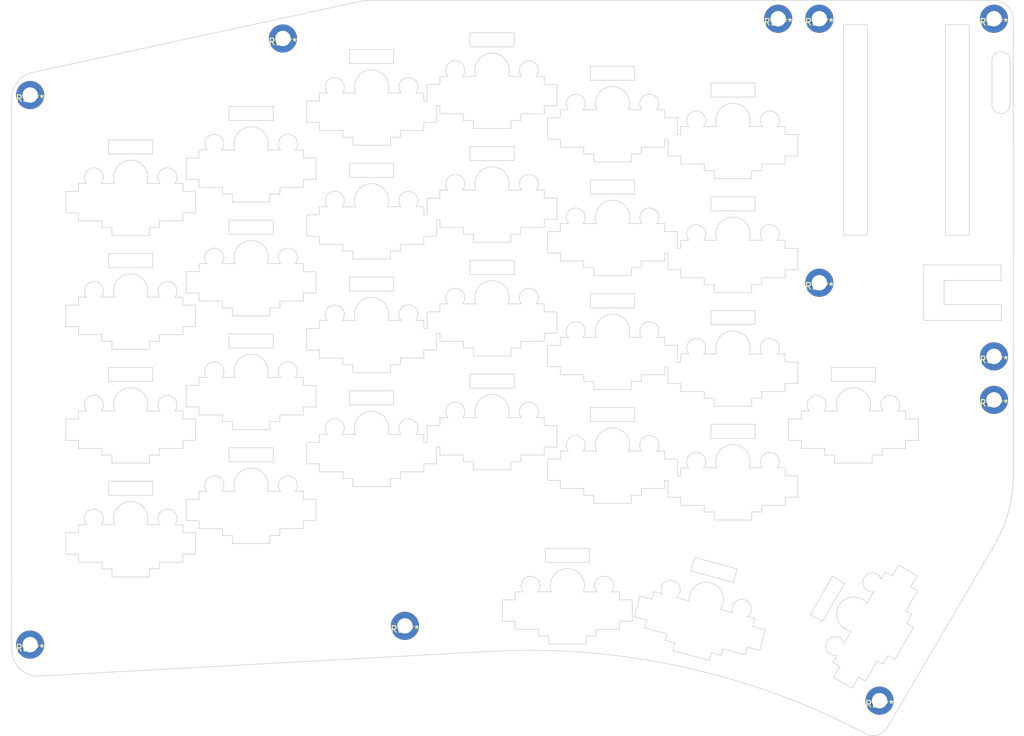
<source format=kicad_pcb>
(kicad_pcb (version 20171130) (host pcbnew "(5.1.10)-1")

  (general
    (thickness 1.6)
    (drawings 908)
    (tracks 0)
    (zones 0)
    (modules 11)
    (nets 1)
  )

  (page A4)
  (layers
    (0 F.Cu signal)
    (31 B.Cu signal)
    (32 B.Adhes user)
    (33 F.Adhes user)
    (34 B.Paste user)
    (35 F.Paste user)
    (36 B.SilkS user)
    (37 F.SilkS user)
    (38 B.Mask user)
    (39 F.Mask user)
    (40 Dwgs.User user)
    (41 Cmts.User user)
    (42 Eco1.User user)
    (43 Eco2.User user)
    (44 Edge.Cuts user)
    (45 Margin user)
    (46 B.CrtYd user)
    (47 F.CrtYd user)
    (48 B.Fab user)
    (49 F.Fab user)
  )

  (setup
    (last_trace_width 0.25)
    (trace_clearance 0.2)
    (zone_clearance 0.508)
    (zone_45_only no)
    (trace_min 0.2)
    (via_size 0.8)
    (via_drill 0.4)
    (via_min_size 0.4)
    (via_min_drill 0.3)
    (uvia_size 0.3)
    (uvia_drill 0.1)
    (uvias_allowed no)
    (uvia_min_size 0.2)
    (uvia_min_drill 0.1)
    (edge_width 0.1)
    (segment_width 0.2)
    (pcb_text_width 0.3)
    (pcb_text_size 1.5 1.5)
    (mod_edge_width 0.15)
    (mod_text_size 1 1)
    (mod_text_width 0.15)
    (pad_size 4.2 4.2)
    (pad_drill 2.3)
    (pad_to_mask_clearance 0)
    (aux_axis_origin 0 0)
    (visible_elements 7FFFFFFF)
    (pcbplotparams
      (layerselection 0x010f0_ffffffff)
      (usegerberextensions false)
      (usegerberattributes true)
      (usegerberadvancedattributes true)
      (creategerberjobfile true)
      (excludeedgelayer true)
      (linewidth 0.100000)
      (plotframeref false)
      (viasonmask false)
      (mode 1)
      (useauxorigin false)
      (hpglpennumber 1)
      (hpglpenspeed 20)
      (hpglpendiameter 15.000000)
      (psnegative false)
      (psa4output false)
      (plotreference true)
      (plotvalue true)
      (plotinvisibletext false)
      (padsonsilk false)
      (subtractmaskfromsilk false)
      (outputformat 1)
      (mirror false)
      (drillshape 0)
      (scaleselection 1)
      (outputdirectory "gav-Middle/"))
  )

  (net 0 "")

  (net_class Default "これはデフォルトのネット クラスです。"
    (clearance 0.2)
    (trace_width 0.25)
    (via_dia 0.8)
    (via_drill 0.4)
    (uvia_dia 0.3)
    (uvia_drill 0.1)
  )

  (module kbd:M2_Hole_TH (layer F.Cu) (tedit 5F7666C1) (tstamp 632CD859)
    (at 173.9 91.75)
    (fp_text reference REF** (at 0 0.5) (layer F.SilkS)
      (effects (font (size 1 1) (thickness 0.15)))
    )
    (fp_text value M2_Hole_TH (at 0 -0.5) (layer F.Fab)
      (effects (font (size 1 1) (thickness 0.15)))
    )
    (pad "" thru_hole circle (at 0 0) (size 4.2 4.2) (drill 2.3) (layers *.Cu *.Mask))
  )

  (module kbd:M2_Hole_TH (layer F.Cu) (tedit 5F7666C1) (tstamp 63053E35)
    (at 167.75 52.3)
    (fp_text reference REF** (at 0 0.5) (layer F.SilkS)
      (effects (font (size 1 1) (thickness 0.15)))
    )
    (fp_text value M2_Hole_TH (at 0 -0.5) (layer F.Fab)
      (effects (font (size 1 1) (thickness 0.15)))
    )
    (pad "" thru_hole circle (at 0 0) (size 4.2 4.2) (drill 2.3) (layers *.Cu *.Mask))
  )

  (module kbd:M2_Hole_TH (layer F.Cu) (tedit 5F7666C1) (tstamp 62E1DBBA)
    (at 200 109.25)
    (fp_text reference REF** (at 0 0.5) (layer F.SilkS)
      (effects (font (size 1 1) (thickness 0.15)))
    )
    (fp_text value M2_Hole_TH (at 0 -0.5) (layer F.Fab)
      (effects (font (size 1 1) (thickness 0.15)))
    )
    (pad "" thru_hole circle (at 0 0) (size 4.2 4.2) (drill 2.3) (layers *.Cu *.Mask))
  )

  (module kbd:M2_Hole_TH (layer F.Cu) (tedit 5F7666C1) (tstamp 62E1DBBA)
    (at 182.9 154.2)
    (fp_text reference REF** (at 0 0.5) (layer F.SilkS)
      (effects (font (size 1 1) (thickness 0.15)))
    )
    (fp_text value M2_Hole_TH (at 0 -0.5) (layer F.Fab)
      (effects (font (size 1 1) (thickness 0.15)))
    )
    (pad "" thru_hole circle (at 0 0) (size 4.2 4.2) (drill 2.3) (layers *.Cu *.Mask))
  )

  (module kbd:M2_Hole_TH (layer F.Cu) (tedit 5F7666C1) (tstamp 62E1DBBA)
    (at 111.98 143.02)
    (fp_text reference REF** (at 0 0.5) (layer F.SilkS)
      (effects (font (size 1 1) (thickness 0.15)))
    )
    (fp_text value M2_Hole_TH (at 0 -0.5) (layer F.Fab)
      (effects (font (size 1 1) (thickness 0.15)))
    )
    (pad "" thru_hole circle (at 0 0) (size 4.2 4.2) (drill 2.3) (layers *.Cu *.Mask))
  )

  (module kbd:M2_Hole_TH (layer F.Cu) (tedit 5F7666C1) (tstamp 62E1DBBA)
    (at 200 102.75)
    (fp_text reference REF** (at 0 0.5) (layer F.SilkS)
      (effects (font (size 1 1) (thickness 0.15)))
    )
    (fp_text value M2_Hole_TH (at 0 -0.5) (layer F.Fab)
      (effects (font (size 1 1) (thickness 0.15)))
    )
    (pad "" thru_hole circle (at 0 0) (size 4.2 4.2) (drill 2.3) (layers *.Cu *.Mask))
  )

  (module kbd:M2_Hole_TH (layer F.Cu) (tedit 5F7666C1) (tstamp 62E1DBBA)
    (at 173.9 52.3)
    (fp_text reference REF** (at 0 0.5) (layer F.SilkS)
      (effects (font (size 1 1) (thickness 0.15)))
    )
    (fp_text value M2_Hole_TH (at 0 -0.5) (layer F.Fab)
      (effects (font (size 1 1) (thickness 0.15)))
    )
    (pad "" thru_hole circle (at 0 0) (size 4.2 4.2) (drill 2.3) (layers *.Cu *.Mask))
  )

  (module kbd:M2_Hole_TH (layer F.Cu) (tedit 5F7666C1) (tstamp 62E1DBBA)
    (at 200 52.3)
    (fp_text reference REF** (at 0 0.5) (layer F.SilkS)
      (effects (font (size 1 1) (thickness 0.15)))
    )
    (fp_text value M2_Hole_TH (at 0 -0.5) (layer F.Fab)
      (effects (font (size 1 1) (thickness 0.15)))
    )
    (pad "" thru_hole circle (at 0 0) (size 4.2 4.2) (drill 2.3) (layers *.Cu *.Mask))
  )

  (module kbd:M2_Hole_TH (layer F.Cu) (tedit 5F7666C1) (tstamp 62E1DBBA)
    (at 93.75 55.25)
    (fp_text reference REF** (at 0 0.5) (layer F.SilkS)
      (effects (font (size 1 1) (thickness 0.15)))
    )
    (fp_text value M2_Hole_TH (at 0 -0.5) (layer F.Fab)
      (effects (font (size 1 1) (thickness 0.15)))
    )
    (pad "" thru_hole circle (at 0 0) (size 4.2 4.2) (drill 2.3) (layers *.Cu *.Mask))
  )

  (module kbd:M2_Hole_TH (layer F.Cu) (tedit 5F7666C1) (tstamp 62E1DBBA)
    (at 55.98 63.7)
    (fp_text reference REF** (at 0 0.5) (layer F.SilkS)
      (effects (font (size 1 1) (thickness 0.15)))
    )
    (fp_text value M2_Hole_TH (at 0 -0.5) (layer F.Fab)
      (effects (font (size 1 1) (thickness 0.15)))
    )
    (pad "" thru_hole circle (at 0 0) (size 4.2 4.2) (drill 2.3) (layers *.Cu *.Mask))
  )

  (module kbd:M2_Hole_TH (layer F.Cu) (tedit 5F7666C1) (tstamp 62E1DBB7)
    (at 55.98 145.82)
    (fp_text reference REF** (at 0 0.5) (layer F.SilkS)
      (effects (font (size 1 1) (thickness 0.15)))
    )
    (fp_text value M2_Hole_TH (at 0 -0.5) (layer F.Fab)
      (effects (font (size 1 1) (thickness 0.15)))
    )
    (pad "" thru_hole circle (at 0 0) (size 4.2 4.2) (drill 2.3) (layers *.Cu *.Mask))
  )

  (gr_text "___ ErgoFine ____________\nMiddlePlate v1.2        \nPBC Designed by ormcat" (at 82.1 141.2) (layer B.Mask) (tstamp 63096859)
    (effects (font (size 1 1) (thickness 0.15)) (justify mirror))
  )
  (gr_text "___ ErgoFine ____________\nMiddlePlate v1.2        \nPBC Designed by ormcat" (at 82.1 141.2) (layer F.Mask) (tstamp 63096858)
    (effects (font (size 1 1) (thickness 0.15)))
  )
  (gr_line (start 151.3 121.3) (end 151.3 123.8) (layer Edge.Cuts) (width 0.1) (tstamp 630965AA))
  (gr_line (start 152.7 120.6) (end 152.7 118.1) (layer Edge.Cuts) (width 0.1) (tstamp 630965A3))
  (gr_line (start 151.3 104.3) (end 151.3 106.8) (layer Edge.Cuts) (width 0.1) (tstamp 6309659B))
  (gr_line (start 152.7 103.6) (end 152.7 101.1) (layer Edge.Cuts) (width 0.1) (tstamp 63096592))
  (gr_line (start 151.3 87.3) (end 151.3 89.8) (layer Edge.Cuts) (width 0.1) (tstamp 6309658A))
  (gr_line (start 152.7 86.6) (end 152.7 84.1) (layer Edge.Cuts) (width 0.1) (tstamp 6309657B))
  (gr_line (start 152.7 69.6) (end 152.7 67.1) (layer Edge.Cuts) (width 0.1) (tstamp 63096577))
  (gr_line (start 151.3 70.3) (end 151.3 72.8) (layer Edge.Cuts) (width 0.1) (tstamp 6309656B))
  (gr_line (start 150.8 70.3) (end 151.3 70.3) (layer Edge.Cuts) (width 0.1) (tstamp 63095F1F))
  (gr_line (start 114.8 81.6) (end 115.3 81.6) (layer Edge.Cuts) (width 0.1) (tstamp 6309655F))
  (gr_line (start 116.7 65.3) (end 117.2 65.3) (layer Edge.Cuts) (width 0.1) (tstamp 6309655E))
  (gr_line (start 114.8 64.6) (end 115.3 64.6) (layer Edge.Cuts) (width 0.1) (tstamp 6309655D))
  (gr_line (start 116.7 82.3) (end 117.2 82.3) (layer Edge.Cuts) (width 0.1) (tstamp 63096545))
  (gr_line (start 114.8 98.6) (end 115.3 98.6) (layer Edge.Cuts) (width 0.1) (tstamp 6309653D))
  (gr_line (start 117.2 99.3) (end 116.7 99.3) (layer Edge.Cuts) (width 0.1) (tstamp 6309653C))
  (gr_line (start 117.2 116.3) (end 116.7 116.3) (layer Edge.Cuts) (width 0.1) (tstamp 63096531))
  (gr_line (start 115.3 115.6) (end 114.8 115.6) (layer Edge.Cuts) (width 0.1) (tstamp 63096528))
  (gr_line (start 80.7 115.3) (end 80.6 115.3) (layer Edge.Cuts) (width 0.1) (tstamp 63096519))
  (gr_line (start 80.7 98.3) (end 80.6 98.3) (layer Edge.Cuts) (width 0.1) (tstamp 63096518))
  (gr_line (start 80.7 81.3) (end 80.6 81.3) (layer Edge.Cuts) (width 0.1) (tstamp 63096517))
  (gr_line (start 98.7 76.3) (end 98.6 76.3) (layer Edge.Cuts) (width 0.1) (tstamp 63096516))
  (gr_line (start 98.7 93.3) (end 98.6 93.3) (layer Edge.Cuts) (width 0.1) (tstamp 63096515))
  (gr_line (start 98.7 110.3) (end 98.6 110.3) (layer Edge.Cuts) (width 0.1) (tstamp 63096514))
  (gr_line (start 98.7 127.3) (end 98.6 127.3) (layer Edge.Cuts) (width 0.1) (tstamp 63096513))
  (gr_line (start 116.7 118.8) (end 116.6 118.8) (layer Edge.Cuts) (width 0.1) (tstamp 63096512))
  (gr_line (start 116.7 101.8) (end 116.6 101.8) (layer Edge.Cuts) (width 0.1) (tstamp 63096511))
  (gr_line (start 116.7 84.8) (end 116.6 84.8) (layer Edge.Cuts) (width 0.1) (tstamp 63096510))
  (gr_line (start 116.7 67.8) (end 116.6 67.8) (layer Edge.Cuts) (width 0.1) (tstamp 6309650F))
  (gr_line (start 134.7 65.3) (end 134.6 65.3) (layer Edge.Cuts) (width 0.1) (tstamp 6309650E))
  (gr_line (start 134.7 82.3) (end 134.6 82.3) (layer Edge.Cuts) (width 0.1) (tstamp 6309650D))
  (gr_line (start 134.7 99.3) (end 134.6 99.3) (layer Edge.Cuts) (width 0.1) (tstamp 6309650C))
  (gr_line (start 134.6 116.3) (end 134.7 116.3) (layer Edge.Cuts) (width 0.1) (tstamp 6309650B))
  (gr_line (start 170.7 72.8) (end 170.6 72.8) (layer Edge.Cuts) (width 0.1) (tstamp 63096506))
  (gr_line (start 170.7 89.8) (end 170.6 89.8) (layer Edge.Cuts) (width 0.1) (tstamp 63096505))
  (gr_line (start 170.7 106.8) (end 170.6 106.8) (layer Edge.Cuts) (width 0.1) (tstamp 63096504))
  (gr_line (start 170.7 123.8) (end 170.6 123.8) (layer Edge.Cuts) (width 0.1) (tstamp 63096503))
  (gr_line (start 188.7 115.3) (end 188.6 115.3) (layer Edge.Cuts) (width 0.1) (tstamp 63096502))
  (gr_line (start 164.902317 146.656885) (end 164.998909 146.682767) (layer Edge.Cuts) (width 0.1) (tstamp 63096501))
  (gr_line (start 145.95 142.33) (end 145.85 142.33) (layer Edge.Cuts) (width 0.1) (tstamp 63096500))
  (gr_line (start 188.447595 135.611156) (end 188.497595 135.524554) (layer Edge.Cuts) (width 0.1) (tstamp 630964FF))
  (gr_line (start 172.557918 141.332884) (end 174.376572 142.382884) (layer Edge.Cuts) (width 0.1) (tstamp 63095F25))
  (gr_line (start 174.376572 142.382884) (end 177.676572 136.667116) (layer Edge.Cuts) (width 0.1) (tstamp 63095F24))
  (gr_line (start 177.676572 136.667116) (end 175.857918 135.617116) (layer Edge.Cuts) (width 0.1) (tstamp 63095F23))
  (gr_line (start 175.857918 135.617116) (end 172.557918 141.332884) (layer Edge.Cuts) (width 0.1) (tstamp 63095F22))
  (gr_line (start 182.536826 148.248909) (end 183.402851 148.748909) (layer Edge.Cuts) (width 0.1) (tstamp 63095F21))
  (gr_line (start 185.192082 148.049871) (end 187.992082 143.200129) (layer Edge.Cuts) (width 0.1) (tstamp 63095F20))
  (gr_line (start 187.547595 137.170002) (end 188.447595 135.611156) (layer Edge.Cuts) (width 0.1) (tstamp 63095F1F))
  (gr_line (start 188.497595 135.524554) (end 185.726314 133.924554) (layer Edge.Cuts) (width 0.1) (tstamp 63095F1E))
  (gr_line (start 181.037083 139.646539) (end 182.037083 137.914488) (layer Edge.Cuts) (width 0.1) (tstamp 63095F1D))
  (gr_line (start 176.976314 149.079998) (end 175.937083 148.479998) (layer Edge.Cuts) (width 0.1) (tstamp 63095F1C))
  (gr_line (start 185.726314 133.924554) (end 184.776314 135.570002) (layer Edge.Cuts) (width 0.1) (tstamp 63095F1B))
  (gr_line (start 175.937083 148.479998) (end 176.537083 147.440768) (layer Edge.Cuts) (width 0.1) (tstamp 63095F1A))
  (gr_line (start 187.992082 143.200129) (end 186.952851 142.600129) (layer Edge.Cuts) (width 0.1) (tstamp 63095F19))
  (gr_line (start 187.702851 141.301091) (end 186.836826 140.801091) (layer Edge.Cuts) (width 0.1) (tstamp 63095F18))
  (gr_line (start 184.776314 135.570002) (end 183.737083 134.970002) (layer Edge.Cuts) (width 0.1) (tstamp 63095F17))
  (gr_line (start 183.137083 136.009232) (end 183.737083 134.970002) (layer Edge.Cuts) (width 0.1) (tstamp 63095F16))
  (gr_line (start 178.797595 152.325446) (end 179.747595 150.679998) (layer Edge.Cuts) (width 0.1) (tstamp 63095F15))
  (gr_line (start 176.976314 149.079998) (end 176.026314 150.725446) (layer Edge.Cuts) (width 0.1) (tstamp 63095F14))
  (gr_line (start 176.026314 150.725446) (end 178.797595 152.325446) (layer Edge.Cuts) (width 0.1) (tstamp 63095F13))
  (gr_line (start 186.836826 140.801091) (end 188.586826 137.770002) (layer Edge.Cuts) (width 0.1) (tstamp 63095F12))
  (gr_line (start 179.747595 150.679998) (end 180.786826 151.279998) (layer Edge.Cuts) (width 0.1) (tstamp 63095F11))
  (gr_line (start 184.152851 147.449871) (end 185.192082 148.049871) (layer Edge.Cuts) (width 0.1) (tstamp 63095F10))
  (gr_line (start 183.402851 148.748909) (end 184.152851 147.449871) (layer Edge.Cuts) (width 0.1) (tstamp 63095F0F))
  (gr_line (start 186.952851 142.600129) (end 187.702851 141.301091) (layer Edge.Cuts) (width 0.1) (tstamp 63095F0E))
  (gr_line (start 180.786826 151.279998) (end 182.536826 148.248909) (layer Edge.Cuts) (width 0.1) (tstamp 63095F0D))
  (gr_line (start 188.586826 137.770002) (end 187.547595 137.170002) (layer Edge.Cuts) (width 0.1) (tstamp 63095F0C))
  (gr_arc (start 181.807661 136.51186) (end 183.137082 136.009233) (angle -258.5788137) (layer Edge.Cuts) (width 0.1) (tstamp 63095F0B))
  (gr_arc (start 179.057661 141.275) (end 181.037082 139.646539) (angle -221.1120904) (layer Edge.Cuts) (width 0.1) (tstamp 63095F0A))
  (gr_line (start 177.637083 145.535512) (end 178.637083 143.803461) (layer Edge.Cuts) (width 0.1) (tstamp 63095F09))
  (gr_arc (start 176.307661 146.03814) (end 177.637082 145.535512) (angle -258.5788137) (layer Edge.Cuts) (width 0.1) (tstamp 63095F08))
  (gr_line (start 155.263001 132.789527) (end 154.719481 134.817972) (layer Edge.Cuts) (width 0.1) (tstamp 63095F25))
  (gr_line (start 154.719481 134.817972) (end 161.094591 136.526177) (layer Edge.Cuts) (width 0.1) (tstamp 63095F24))
  (gr_line (start 161.094591 136.526177) (end 161.638111 134.497733) (layer Edge.Cuts) (width 0.1) (tstamp 63095F23))
  (gr_line (start 161.638111 134.497733) (end 155.263001 132.789527) (layer Edge.Cuts) (width 0.1) (tstamp 63095F22))
  (gr_line (start 151.165365 144.218411) (end 150.906546 145.184337) (layer Edge.Cuts) (width 0.1) (tstamp 63095F21))
  (gr_line (start 152.044852 146.731676) (end 157.454036 148.181063) (layer Edge.Cuts) (width 0.1) (tstamp 63095F20))
  (gr_line (start 163.16365 146.19101) (end 164.902317 146.656885) (layer Edge.Cuts) (width 0.1) (tstamp 63095F1F))
  (gr_line (start 164.998909 146.682767) (end 165.82713 143.591804) (layer Edge.Cuts) (width 0.1) (tstamp 63095F1E))
  (gr_line (start 159.086454 140.543314) (end 161.018306 141.060952) (layer Edge.Cuts) (width 0.1) (tstamp 63095F1D))
  (gr_line (start 148.923428 139.062471) (end 149.234011 137.90336) (layer Edge.Cuts) (width 0.1) (tstamp 63095F1C))
  (gr_line (start 165.82713 143.591804) (end 163.991871 143.100048) (layer Edge.Cuts) (width 0.1) (tstamp 63095F1B))
  (gr_line (start 149.234011 137.90336) (end 150.393122 138.213943) (layer Edge.Cuts) (width 0.1) (tstamp 63095F1A))
  (gr_line (start 157.454036 148.181063) (end 157.764619 147.021952) (layer Edge.Cuts) (width 0.1) (tstamp 63095F19))
  (gr_line (start 159.213508 147.410181) (end 159.472327 146.444255) (layer Edge.Cuts) (width 0.1) (tstamp 63095F18))
  (gr_line (start 163.991871 143.100048) (end 164.302454 141.940937) (layer Edge.Cuts) (width 0.1) (tstamp 63095F17))
  (gr_line (start 163.143343 141.630354) (end 164.302454 141.940937) (layer Edge.Cuts) (width 0.1) (tstamp 63095F16))
  (gr_line (start 146.259948 141.661677) (end 148.095207 142.153433) (layer Edge.Cuts) (width 0.1) (tstamp 63095F15))
  (gr_line (start 148.923428 139.062471) (end 147.088169 138.570714) (layer Edge.Cuts) (width 0.1) (tstamp 63095F14))
  (gr_line (start 147.088169 138.570714) (end 146.259948 141.661677) (layer Edge.Cuts) (width 0.1) (tstamp 63095F13))
  (gr_line (start 159.472327 146.444255) (end 162.853067 147.350121) (layer Edge.Cuts) (width 0.1) (tstamp 63095F12))
  (gr_line (start 148.095207 142.153433) (end 147.784624 143.312544) (layer Edge.Cuts) (width 0.1) (tstamp 63095F11))
  (gr_line (start 152.355434 145.572565) (end 152.044852 146.731676) (layer Edge.Cuts) (width 0.1) (tstamp 63095F10))
  (gr_line (start 150.906546 145.184337) (end 152.355434 145.572565) (layer Edge.Cuts) (width 0.1) (tstamp 63095F0F))
  (gr_line (start 157.764619 147.021952) (end 159.213508 147.410181) (layer Edge.Cuts) (width 0.1) (tstamp 63095F0E))
  (gr_line (start 147.784624 143.312544) (end 151.165365 144.218411) (layer Edge.Cuts) (width 0.1) (tstamp 63095F0D))
  (gr_line (start 162.853067 147.350121) (end 163.16365 146.19101) (layer Edge.Cuts) (width 0.1) (tstamp 63095F0C))
  (gr_arc (start 162.313762 140.47632) (end 163.143342 141.630353) (angle -258.5788137) (layer Edge.Cuts) (width 0.1) (tstamp 63095F0B))
  (gr_arc (start 157.00117 139.052815) (end 159.086454 140.543313) (angle -221.1120904) (layer Edge.Cuts) (width 0.1) (tstamp 63095F0A))
  (gr_line (start 152.518159 138.783344) (end 154.45001 139.300983) (layer Edge.Cuts) (width 0.1) (tstamp 63095F09))
  (gr_arc (start 151.688577 137.62931) (end 152.518158 138.783343) (angle -258.5788137) (layer Edge.Cuts) (width 0.1) (tstamp 63095F08))
  (gr_line (start 175.7 104.4) (end 175.7 106.5) (layer Edge.Cuts) (width 0.1) (tstamp 63095F25))
  (gr_line (start 175.7 106.5) (end 182.3 106.5) (layer Edge.Cuts) (width 0.1) (tstamp 63095F24))
  (gr_line (start 182.3 106.5) (end 182.3 104.4) (layer Edge.Cuts) (width 0.1) (tstamp 63095F23))
  (gr_line (start 182.3 104.4) (end 175.7 104.4) (layer Edge.Cuts) (width 0.1) (tstamp 63095F22))
  (gr_line (start 174.7 116.5) (end 174.7 117.5) (layer Edge.Cuts) (width 0.1) (tstamp 63095F21))
  (gr_line (start 176.2 118.7) (end 181.8 118.7) (layer Edge.Cuts) (width 0.1) (tstamp 63095F20))
  (gr_line (start 186.8 115.3) (end 188.6 115.3) (layer Edge.Cuts) (width 0.1) (tstamp 63095F1F))
  (gr_line (start 188.7 115.3) (end 188.7 112.1) (layer Edge.Cuts) (width 0.1) (tstamp 63095F1E))
  (gr_line (start 181.4 110.9) (end 183.4 110.9) (layer Edge.Cuts) (width 0.1) (tstamp 63095F1D))
  (gr_line (start 171.2 112.1) (end 171.2 110.9) (layer Edge.Cuts) (width 0.1) (tstamp 63095F1C))
  (gr_line (start 188.7 112.1) (end 186.8 112.1) (layer Edge.Cuts) (width 0.1) (tstamp 63095F1B))
  (gr_line (start 171.2 110.9) (end 172.4 110.9) (layer Edge.Cuts) (width 0.1) (tstamp 63095F1A))
  (gr_line (start 181.8 118.7) (end 181.8 117.5) (layer Edge.Cuts) (width 0.1) (tstamp 63095F19))
  (gr_line (start 183.3 117.5) (end 183.3 116.5) (layer Edge.Cuts) (width 0.1) (tstamp 63095F18))
  (gr_line (start 186.8 112.1) (end 186.8 110.9) (layer Edge.Cuts) (width 0.1) (tstamp 63095F17))
  (gr_line (start 185.6 110.9) (end 186.8 110.9) (layer Edge.Cuts) (width 0.1) (tstamp 63095F16))
  (gr_line (start 169.3 115.3) (end 171.2 115.3) (layer Edge.Cuts) (width 0.1) (tstamp 63095F15))
  (gr_line (start 171.2 112.1) (end 169.3 112.1) (layer Edge.Cuts) (width 0.1) (tstamp 63095F14))
  (gr_line (start 169.3 112.1) (end 169.3 115.3) (layer Edge.Cuts) (width 0.1) (tstamp 63095F13))
  (gr_line (start 183.3 116.5) (end 186.8 116.5) (layer Edge.Cuts) (width 0.1) (tstamp 63095F12))
  (gr_line (start 171.2 115.3) (end 171.2 116.5) (layer Edge.Cuts) (width 0.1) (tstamp 63095F11))
  (gr_line (start 176.2 117.5) (end 176.2 118.7) (layer Edge.Cuts) (width 0.1) (tstamp 63095F10))
  (gr_line (start 174.7 117.5) (end 176.2 117.5) (layer Edge.Cuts) (width 0.1) (tstamp 63095F0F))
  (gr_line (start 181.8 117.5) (end 183.3 117.5) (layer Edge.Cuts) (width 0.1) (tstamp 63095F0E))
  (gr_line (start 171.2 116.5) (end 174.7 116.5) (layer Edge.Cuts) (width 0.1) (tstamp 63095F0D))
  (gr_line (start 186.8 116.5) (end 186.8 115.3) (layer Edge.Cuts) (width 0.1) (tstamp 63095F0C))
  (gr_arc (start 184.5 110) (end 185.599999 110.899999) (angle -258.5788137) (layer Edge.Cuts) (width 0.1) (tstamp 63095F0B))
  (gr_arc (start 179 110) (end 181.399999 110.899999) (angle -221.1120904) (layer Edge.Cuts) (width 0.1) (tstamp 63095F0A))
  (gr_line (start 174.6 110.9) (end 176.6 110.9) (layer Edge.Cuts) (width 0.1) (tstamp 63095F09))
  (gr_arc (start 173.5 110) (end 174.599999 110.899999) (angle -258.5788137) (layer Edge.Cuts) (width 0.1) (tstamp 63095F08))
  (gr_line (start 157.7 112.9) (end 157.7 115) (layer Edge.Cuts) (width 0.1) (tstamp 63095F25))
  (gr_line (start 157.7 115) (end 164.3 115) (layer Edge.Cuts) (width 0.1) (tstamp 63095F24))
  (gr_line (start 164.3 115) (end 164.3 112.9) (layer Edge.Cuts) (width 0.1) (tstamp 63095F23))
  (gr_line (start 164.3 112.9) (end 157.7 112.9) (layer Edge.Cuts) (width 0.1) (tstamp 63095F22))
  (gr_line (start 156.7 125) (end 156.7 126) (layer Edge.Cuts) (width 0.1) (tstamp 63095F21))
  (gr_line (start 158.2 127.2) (end 163.8 127.2) (layer Edge.Cuts) (width 0.1) (tstamp 63095F20))
  (gr_line (start 168.8 123.8) (end 170.6 123.8) (layer Edge.Cuts) (width 0.1) (tstamp 63095F1F))
  (gr_line (start 170.7 123.8) (end 170.7 120.6) (layer Edge.Cuts) (width 0.1) (tstamp 63095F1E))
  (gr_line (start 163.4 119.4) (end 165.4 119.4) (layer Edge.Cuts) (width 0.1) (tstamp 63095F1D))
  (gr_line (start 153.2 120.6) (end 153.2 119.4) (layer Edge.Cuts) (width 0.1) (tstamp 63095F1C))
  (gr_line (start 170.7 120.6) (end 168.8 120.6) (layer Edge.Cuts) (width 0.1) (tstamp 63095F1B))
  (gr_line (start 153.2 119.4) (end 154.4 119.4) (layer Edge.Cuts) (width 0.1) (tstamp 63095F1A))
  (gr_line (start 163.8 127.2) (end 163.8 126) (layer Edge.Cuts) (width 0.1) (tstamp 63095F19))
  (gr_line (start 165.3 126) (end 165.3 125) (layer Edge.Cuts) (width 0.1) (tstamp 63095F18))
  (gr_line (start 168.8 120.6) (end 168.8 119.4) (layer Edge.Cuts) (width 0.1) (tstamp 63095F17))
  (gr_line (start 167.6 119.4) (end 168.8 119.4) (layer Edge.Cuts) (width 0.1) (tstamp 63095F16))
  (gr_line (start 151.3 123.8) (end 153.2 123.8) (layer Edge.Cuts) (width 0.1) (tstamp 63095F15))
  (gr_line (start 153.2 120.6) (end 152.7 120.6) (layer Edge.Cuts) (width 0.1) (tstamp 63095F14))
  (gr_line (start 165.3 125) (end 168.8 125) (layer Edge.Cuts) (width 0.1) (tstamp 63095F12))
  (gr_line (start 153.2 123.8) (end 153.2 125) (layer Edge.Cuts) (width 0.1) (tstamp 63095F11))
  (gr_line (start 158.2 126) (end 158.2 127.2) (layer Edge.Cuts) (width 0.1) (tstamp 63095F10))
  (gr_line (start 156.7 126) (end 158.2 126) (layer Edge.Cuts) (width 0.1) (tstamp 63095F0F))
  (gr_line (start 163.8 126) (end 165.3 126) (layer Edge.Cuts) (width 0.1) (tstamp 63095F0E))
  (gr_line (start 153.2 125) (end 156.7 125) (layer Edge.Cuts) (width 0.1) (tstamp 63095F0D))
  (gr_line (start 168.8 125) (end 168.8 123.8) (layer Edge.Cuts) (width 0.1) (tstamp 63095F0C))
  (gr_arc (start 166.5 118.5) (end 167.599999 119.399999) (angle -258.5788137) (layer Edge.Cuts) (width 0.1) (tstamp 63095F0B))
  (gr_arc (start 161 118.5) (end 163.399999 119.399999) (angle -221.1120904) (layer Edge.Cuts) (width 0.1) (tstamp 63095F0A))
  (gr_line (start 156.6 119.4) (end 158.6 119.4) (layer Edge.Cuts) (width 0.1) (tstamp 63095F09))
  (gr_arc (start 155.5 118.5) (end 156.599999 119.399999) (angle -258.5788137) (layer Edge.Cuts) (width 0.1) (tstamp 63095F08))
  (gr_line (start 157.7 95.9) (end 157.7 98) (layer Edge.Cuts) (width 0.1) (tstamp 63095F25))
  (gr_line (start 157.7 98) (end 164.3 98) (layer Edge.Cuts) (width 0.1) (tstamp 63095F24))
  (gr_line (start 164.3 98) (end 164.3 95.9) (layer Edge.Cuts) (width 0.1) (tstamp 63095F23))
  (gr_line (start 164.3 95.9) (end 157.7 95.9) (layer Edge.Cuts) (width 0.1) (tstamp 63095F22))
  (gr_line (start 156.7 108) (end 156.7 109) (layer Edge.Cuts) (width 0.1) (tstamp 63095F21))
  (gr_line (start 158.2 110.2) (end 163.8 110.2) (layer Edge.Cuts) (width 0.1) (tstamp 63095F20))
  (gr_line (start 168.8 106.8) (end 170.6 106.8) (layer Edge.Cuts) (width 0.1) (tstamp 63095F1F))
  (gr_line (start 170.7 106.8) (end 170.7 103.6) (layer Edge.Cuts) (width 0.1) (tstamp 63095F1E))
  (gr_line (start 163.4 102.4) (end 165.4 102.4) (layer Edge.Cuts) (width 0.1) (tstamp 63095F1D))
  (gr_line (start 153.2 103.6) (end 153.2 102.4) (layer Edge.Cuts) (width 0.1) (tstamp 63095F1C))
  (gr_line (start 170.7 103.6) (end 168.8 103.6) (layer Edge.Cuts) (width 0.1) (tstamp 63095F1B))
  (gr_line (start 153.2 102.4) (end 154.4 102.4) (layer Edge.Cuts) (width 0.1) (tstamp 63095F1A))
  (gr_line (start 163.8 110.2) (end 163.8 109) (layer Edge.Cuts) (width 0.1) (tstamp 63095F19))
  (gr_line (start 165.3 109) (end 165.3 108) (layer Edge.Cuts) (width 0.1) (tstamp 63095F18))
  (gr_line (start 168.8 103.6) (end 168.8 102.4) (layer Edge.Cuts) (width 0.1) (tstamp 63095F17))
  (gr_line (start 167.6 102.4) (end 168.8 102.4) (layer Edge.Cuts) (width 0.1) (tstamp 63095F16))
  (gr_line (start 151.3 106.8) (end 153.2 106.8) (layer Edge.Cuts) (width 0.1) (tstamp 63095F15))
  (gr_line (start 153.2 103.6) (end 152.7 103.6) (layer Edge.Cuts) (width 0.1) (tstamp 63095F14))
  (gr_line (start 165.3 108) (end 168.8 108) (layer Edge.Cuts) (width 0.1) (tstamp 63095F12))
  (gr_line (start 153.2 106.8) (end 153.2 108) (layer Edge.Cuts) (width 0.1) (tstamp 63095F11))
  (gr_line (start 158.2 109) (end 158.2 110.2) (layer Edge.Cuts) (width 0.1) (tstamp 63095F10))
  (gr_line (start 156.7 109) (end 158.2 109) (layer Edge.Cuts) (width 0.1) (tstamp 63095F0F))
  (gr_line (start 163.8 109) (end 165.3 109) (layer Edge.Cuts) (width 0.1) (tstamp 63095F0E))
  (gr_line (start 153.2 108) (end 156.7 108) (layer Edge.Cuts) (width 0.1) (tstamp 63095F0D))
  (gr_line (start 168.8 108) (end 168.8 106.8) (layer Edge.Cuts) (width 0.1) (tstamp 63095F0C))
  (gr_arc (start 166.5 101.5) (end 167.599999 102.399999) (angle -258.5788137) (layer Edge.Cuts) (width 0.1) (tstamp 63095F0B))
  (gr_arc (start 161 101.5) (end 163.399999 102.399999) (angle -221.1120904) (layer Edge.Cuts) (width 0.1) (tstamp 63095F0A))
  (gr_line (start 156.6 102.4) (end 158.6 102.4) (layer Edge.Cuts) (width 0.1) (tstamp 63095F09))
  (gr_arc (start 155.5 101.5) (end 156.599999 102.399999) (angle -258.5788137) (layer Edge.Cuts) (width 0.1) (tstamp 63095F08))
  (gr_line (start 157.7 78.9) (end 157.7 81) (layer Edge.Cuts) (width 0.1) (tstamp 63095F25))
  (gr_line (start 157.7 81) (end 164.3 81) (layer Edge.Cuts) (width 0.1) (tstamp 63095F24))
  (gr_line (start 164.3 81) (end 164.3 78.9) (layer Edge.Cuts) (width 0.1) (tstamp 63095F23))
  (gr_line (start 164.3 78.9) (end 157.7 78.9) (layer Edge.Cuts) (width 0.1) (tstamp 63095F22))
  (gr_line (start 156.7 91) (end 156.7 92) (layer Edge.Cuts) (width 0.1) (tstamp 63095F21))
  (gr_line (start 158.2 93.2) (end 163.8 93.2) (layer Edge.Cuts) (width 0.1) (tstamp 63095F20))
  (gr_line (start 168.8 89.8) (end 170.6 89.8) (layer Edge.Cuts) (width 0.1) (tstamp 63095F1F))
  (gr_line (start 170.7 89.8) (end 170.7 86.6) (layer Edge.Cuts) (width 0.1) (tstamp 63095F1E))
  (gr_line (start 163.4 85.4) (end 165.4 85.4) (layer Edge.Cuts) (width 0.1) (tstamp 63095F1D))
  (gr_line (start 153.2 86.6) (end 153.2 85.4) (layer Edge.Cuts) (width 0.1) (tstamp 63095F1C))
  (gr_line (start 170.7 86.6) (end 168.8 86.6) (layer Edge.Cuts) (width 0.1) (tstamp 63095F1B))
  (gr_line (start 153.2 85.4) (end 154.4 85.4) (layer Edge.Cuts) (width 0.1) (tstamp 63095F1A))
  (gr_line (start 163.8 93.2) (end 163.8 92) (layer Edge.Cuts) (width 0.1) (tstamp 63095F19))
  (gr_line (start 165.3 92) (end 165.3 91) (layer Edge.Cuts) (width 0.1) (tstamp 63095F18))
  (gr_line (start 168.8 86.6) (end 168.8 85.4) (layer Edge.Cuts) (width 0.1) (tstamp 63095F17))
  (gr_line (start 167.6 85.4) (end 168.8 85.4) (layer Edge.Cuts) (width 0.1) (tstamp 63095F16))
  (gr_line (start 151.3 89.8) (end 153.2 89.8) (layer Edge.Cuts) (width 0.1) (tstamp 63095F15))
  (gr_line (start 153.2 86.6) (end 152.7 86.6) (layer Edge.Cuts) (width 0.1) (tstamp 63095F14))
  (gr_line (start 165.3 91) (end 168.8 91) (layer Edge.Cuts) (width 0.1) (tstamp 63095F12))
  (gr_line (start 153.2 89.8) (end 153.2 91) (layer Edge.Cuts) (width 0.1) (tstamp 63095F11))
  (gr_line (start 158.2 92) (end 158.2 93.2) (layer Edge.Cuts) (width 0.1) (tstamp 63095F10))
  (gr_line (start 156.7 92) (end 158.2 92) (layer Edge.Cuts) (width 0.1) (tstamp 63095F0F))
  (gr_line (start 163.8 92) (end 165.3 92) (layer Edge.Cuts) (width 0.1) (tstamp 63095F0E))
  (gr_line (start 153.2 91) (end 156.7 91) (layer Edge.Cuts) (width 0.1) (tstamp 63095F0D))
  (gr_line (start 168.8 91) (end 168.8 89.8) (layer Edge.Cuts) (width 0.1) (tstamp 63095F0C))
  (gr_arc (start 166.5 84.5) (end 167.599999 85.399999) (angle -258.5788137) (layer Edge.Cuts) (width 0.1) (tstamp 63095F0B))
  (gr_arc (start 161 84.5) (end 163.399999 85.399999) (angle -221.1120904) (layer Edge.Cuts) (width 0.1) (tstamp 63095F0A))
  (gr_line (start 156.6 85.4) (end 158.6 85.4) (layer Edge.Cuts) (width 0.1) (tstamp 63095F09))
  (gr_arc (start 155.5 84.5) (end 156.599999 85.399999) (angle -258.5788137) (layer Edge.Cuts) (width 0.1) (tstamp 63095F08))
  (gr_line (start 157.7 61.9) (end 157.7 64) (layer Edge.Cuts) (width 0.1) (tstamp 63095F25))
  (gr_line (start 157.7 64) (end 164.3 64) (layer Edge.Cuts) (width 0.1) (tstamp 63095F24))
  (gr_line (start 164.3 64) (end 164.3 61.9) (layer Edge.Cuts) (width 0.1) (tstamp 63095F23))
  (gr_line (start 164.3 61.9) (end 157.7 61.9) (layer Edge.Cuts) (width 0.1) (tstamp 63095F22))
  (gr_line (start 156.7 74) (end 156.7 75) (layer Edge.Cuts) (width 0.1) (tstamp 63095F21))
  (gr_line (start 158.2 76.2) (end 163.8 76.2) (layer Edge.Cuts) (width 0.1) (tstamp 63095F20))
  (gr_line (start 168.8 72.8) (end 170.6 72.8) (layer Edge.Cuts) (width 0.1) (tstamp 63095F1F))
  (gr_line (start 170.7 72.8) (end 170.7 69.6) (layer Edge.Cuts) (width 0.1) (tstamp 63095F1E))
  (gr_line (start 163.4 68.4) (end 165.4 68.4) (layer Edge.Cuts) (width 0.1) (tstamp 63095F1D))
  (gr_line (start 153.2 69.6) (end 153.2 68.4) (layer Edge.Cuts) (width 0.1) (tstamp 63095F1C))
  (gr_line (start 170.7 69.6) (end 168.8 69.6) (layer Edge.Cuts) (width 0.1) (tstamp 63095F1B))
  (gr_line (start 153.2 68.4) (end 154.4 68.4) (layer Edge.Cuts) (width 0.1) (tstamp 63095F1A))
  (gr_line (start 163.8 76.2) (end 163.8 75) (layer Edge.Cuts) (width 0.1) (tstamp 63095F19))
  (gr_line (start 165.3 75) (end 165.3 74) (layer Edge.Cuts) (width 0.1) (tstamp 63095F18))
  (gr_line (start 168.8 69.6) (end 168.8 68.4) (layer Edge.Cuts) (width 0.1) (tstamp 63095F17))
  (gr_line (start 167.6 68.4) (end 168.8 68.4) (layer Edge.Cuts) (width 0.1) (tstamp 63095F16))
  (gr_line (start 151.3 72.8) (end 153.2 72.8) (layer Edge.Cuts) (width 0.1) (tstamp 63095F15))
  (gr_line (start 153.2 69.6) (end 152.7 69.6) (layer Edge.Cuts) (width 0.1) (tstamp 63095F14))
  (gr_line (start 165.3 74) (end 168.8 74) (layer Edge.Cuts) (width 0.1) (tstamp 63095F12))
  (gr_line (start 153.2 72.8) (end 153.2 74) (layer Edge.Cuts) (width 0.1) (tstamp 63095F11))
  (gr_line (start 158.2 75) (end 158.2 76.2) (layer Edge.Cuts) (width 0.1) (tstamp 63095F10))
  (gr_line (start 156.7 75) (end 158.2 75) (layer Edge.Cuts) (width 0.1) (tstamp 63095F0F))
  (gr_line (start 163.8 75) (end 165.3 75) (layer Edge.Cuts) (width 0.1) (tstamp 63095F0E))
  (gr_line (start 153.2 74) (end 156.7 74) (layer Edge.Cuts) (width 0.1) (tstamp 63095F0D))
  (gr_line (start 168.8 74) (end 168.8 72.8) (layer Edge.Cuts) (width 0.1) (tstamp 63095F0C))
  (gr_arc (start 166.5 67.5) (end 167.599999 68.399999) (angle -258.5788137) (layer Edge.Cuts) (width 0.1) (tstamp 63095F0B))
  (gr_arc (start 161 67.5) (end 163.399999 68.399999) (angle -221.1120904) (layer Edge.Cuts) (width 0.1) (tstamp 63095F0A))
  (gr_line (start 156.6 68.4) (end 158.6 68.4) (layer Edge.Cuts) (width 0.1) (tstamp 63095F09))
  (gr_arc (start 155.5 67.5) (end 156.599999 68.399999) (angle -258.5788137) (layer Edge.Cuts) (width 0.1) (tstamp 63095F08))
  (gr_line (start 139.7 59.4) (end 139.7 61.5) (layer Edge.Cuts) (width 0.1) (tstamp 63095F25))
  (gr_line (start 139.7 61.5) (end 146.3 61.5) (layer Edge.Cuts) (width 0.1) (tstamp 63095F24))
  (gr_line (start 146.3 61.5) (end 146.3 59.4) (layer Edge.Cuts) (width 0.1) (tstamp 63095F23))
  (gr_line (start 146.3 59.4) (end 139.7 59.4) (layer Edge.Cuts) (width 0.1) (tstamp 63095F22))
  (gr_line (start 138.7 71.5) (end 138.7 72.5) (layer Edge.Cuts) (width 0.1) (tstamp 63095F21))
  (gr_line (start 140.2 73.7) (end 145.8 73.7) (layer Edge.Cuts) (width 0.1) (tstamp 63095F20))
  (gr_line (start 145.4 65.9) (end 147.4 65.9) (layer Edge.Cuts) (width 0.1) (tstamp 63095F1D))
  (gr_line (start 135.2 67.1) (end 135.2 65.9) (layer Edge.Cuts) (width 0.1) (tstamp 63095F1C))
  (gr_line (start 152.7 67.1) (end 150.8 67.1) (layer Edge.Cuts) (width 0.1) (tstamp 63095F1B))
  (gr_line (start 135.2 65.9) (end 136.4 65.9) (layer Edge.Cuts) (width 0.1) (tstamp 63095F1A))
  (gr_line (start 145.8 73.7) (end 145.8 72.5) (layer Edge.Cuts) (width 0.1) (tstamp 63095F19))
  (gr_line (start 147.3 72.5) (end 147.3 71.5) (layer Edge.Cuts) (width 0.1) (tstamp 63095F18))
  (gr_line (start 150.8 67.1) (end 150.8 65.9) (layer Edge.Cuts) (width 0.1) (tstamp 63095F17))
  (gr_line (start 149.6 65.9) (end 150.8 65.9) (layer Edge.Cuts) (width 0.1) (tstamp 63095F16))
  (gr_line (start 133.3 70.3) (end 135.2 70.3) (layer Edge.Cuts) (width 0.1) (tstamp 63095F15))
  (gr_line (start 135.2 67.1) (end 133.3 67.1) (layer Edge.Cuts) (width 0.1) (tstamp 63095F14))
  (gr_line (start 133.3 67.1) (end 133.3 70.3) (layer Edge.Cuts) (width 0.1) (tstamp 63095F13))
  (gr_line (start 147.3 71.5) (end 150.8 71.5) (layer Edge.Cuts) (width 0.1) (tstamp 63095F12))
  (gr_line (start 135.2 70.3) (end 135.2 71.5) (layer Edge.Cuts) (width 0.1) (tstamp 63095F11))
  (gr_line (start 140.2 72.5) (end 140.2 73.7) (layer Edge.Cuts) (width 0.1) (tstamp 63095F10))
  (gr_line (start 138.7 72.5) (end 140.2 72.5) (layer Edge.Cuts) (width 0.1) (tstamp 63095F0F))
  (gr_line (start 145.8 72.5) (end 147.3 72.5) (layer Edge.Cuts) (width 0.1) (tstamp 63095F0E))
  (gr_line (start 135.2 71.5) (end 138.7 71.5) (layer Edge.Cuts) (width 0.1) (tstamp 63095F0D))
  (gr_line (start 150.8 71.5) (end 150.8 70.3) (layer Edge.Cuts) (width 0.1) (tstamp 63095F0C))
  (gr_arc (start 148.5 65) (end 149.599999 65.899999) (angle -258.5788137) (layer Edge.Cuts) (width 0.1) (tstamp 63095F0B))
  (gr_arc (start 143 65) (end 145.399999 65.899999) (angle -221.1120904) (layer Edge.Cuts) (width 0.1) (tstamp 63095F0A))
  (gr_line (start 138.6 65.9) (end 140.6 65.9) (layer Edge.Cuts) (width 0.1) (tstamp 63095F09))
  (gr_arc (start 137.5 65) (end 138.599999 65.899999) (angle -258.5788137) (layer Edge.Cuts) (width 0.1) (tstamp 63095F08))
  (gr_line (start 139.7 76.4) (end 139.7 78.5) (layer Edge.Cuts) (width 0.1) (tstamp 63095F25))
  (gr_line (start 139.7 78.5) (end 146.3 78.5) (layer Edge.Cuts) (width 0.1) (tstamp 63095F24))
  (gr_line (start 146.3 78.5) (end 146.3 76.4) (layer Edge.Cuts) (width 0.1) (tstamp 63095F23))
  (gr_line (start 146.3 76.4) (end 139.7 76.4) (layer Edge.Cuts) (width 0.1) (tstamp 63095F22))
  (gr_line (start 138.7 88.5) (end 138.7 89.5) (layer Edge.Cuts) (width 0.1) (tstamp 63095F21))
  (gr_line (start 140.2 90.7) (end 145.8 90.7) (layer Edge.Cuts) (width 0.1) (tstamp 63095F20))
  (gr_line (start 150.8 87.3) (end 151.3 87.3) (layer Edge.Cuts) (width 0.1) (tstamp 63095F1F))
  (gr_line (start 145.4 82.9) (end 147.4 82.9) (layer Edge.Cuts) (width 0.1) (tstamp 63095F1D))
  (gr_line (start 135.2 84.1) (end 135.2 82.9) (layer Edge.Cuts) (width 0.1) (tstamp 63095F1C))
  (gr_line (start 152.7 84.1) (end 150.8 84.1) (layer Edge.Cuts) (width 0.1) (tstamp 63095F1B))
  (gr_line (start 135.2 82.9) (end 136.4 82.9) (layer Edge.Cuts) (width 0.1) (tstamp 63095F1A))
  (gr_line (start 145.8 90.7) (end 145.8 89.5) (layer Edge.Cuts) (width 0.1) (tstamp 63095F19))
  (gr_line (start 147.3 89.5) (end 147.3 88.5) (layer Edge.Cuts) (width 0.1) (tstamp 63095F18))
  (gr_line (start 150.8 84.1) (end 150.8 82.9) (layer Edge.Cuts) (width 0.1) (tstamp 63095F17))
  (gr_line (start 149.6 82.9) (end 150.8 82.9) (layer Edge.Cuts) (width 0.1) (tstamp 63095F16))
  (gr_line (start 133.3 87.3) (end 135.2 87.3) (layer Edge.Cuts) (width 0.1) (tstamp 63095F15))
  (gr_line (start 135.2 84.1) (end 133.3 84.1) (layer Edge.Cuts) (width 0.1) (tstamp 63095F14))
  (gr_line (start 133.3 84.1) (end 133.3 87.3) (layer Edge.Cuts) (width 0.1) (tstamp 63095F13))
  (gr_line (start 147.3 88.5) (end 150.8 88.5) (layer Edge.Cuts) (width 0.1) (tstamp 63095F12))
  (gr_line (start 135.2 87.3) (end 135.2 88.5) (layer Edge.Cuts) (width 0.1) (tstamp 63095F11))
  (gr_line (start 140.2 89.5) (end 140.2 90.7) (layer Edge.Cuts) (width 0.1) (tstamp 63095F10))
  (gr_line (start 138.7 89.5) (end 140.2 89.5) (layer Edge.Cuts) (width 0.1) (tstamp 63095F0F))
  (gr_line (start 145.8 89.5) (end 147.3 89.5) (layer Edge.Cuts) (width 0.1) (tstamp 63095F0E))
  (gr_line (start 135.2 88.5) (end 138.7 88.5) (layer Edge.Cuts) (width 0.1) (tstamp 63095F0D))
  (gr_line (start 150.8 88.5) (end 150.8 87.3) (layer Edge.Cuts) (width 0.1) (tstamp 63095F0C))
  (gr_arc (start 148.5 82) (end 149.599999 82.899999) (angle -258.5788137) (layer Edge.Cuts) (width 0.1) (tstamp 63095F0B))
  (gr_arc (start 143 82) (end 145.399999 82.899999) (angle -221.1120904) (layer Edge.Cuts) (width 0.1) (tstamp 63095F0A))
  (gr_line (start 138.6 82.9) (end 140.6 82.9) (layer Edge.Cuts) (width 0.1) (tstamp 63095F09))
  (gr_arc (start 137.5 82) (end 138.599999 82.899999) (angle -258.5788137) (layer Edge.Cuts) (width 0.1) (tstamp 63095F08))
  (gr_line (start 139.7 93.4) (end 139.7 95.5) (layer Edge.Cuts) (width 0.1) (tstamp 63095F25))
  (gr_line (start 139.7 95.5) (end 146.3 95.5) (layer Edge.Cuts) (width 0.1) (tstamp 63095F24))
  (gr_line (start 146.3 95.5) (end 146.3 93.4) (layer Edge.Cuts) (width 0.1) (tstamp 63095F23))
  (gr_line (start 146.3 93.4) (end 139.7 93.4) (layer Edge.Cuts) (width 0.1) (tstamp 63095F22))
  (gr_line (start 138.7 105.5) (end 138.7 106.5) (layer Edge.Cuts) (width 0.1) (tstamp 63095F21))
  (gr_line (start 140.2 107.7) (end 145.8 107.7) (layer Edge.Cuts) (width 0.1) (tstamp 63095F20))
  (gr_line (start 150.8 104.3) (end 151.3 104.3) (layer Edge.Cuts) (width 0.1) (tstamp 63095F1F))
  (gr_line (start 145.4 99.9) (end 147.4 99.9) (layer Edge.Cuts) (width 0.1) (tstamp 63095F1D))
  (gr_line (start 135.2 101.1) (end 135.2 99.9) (layer Edge.Cuts) (width 0.1) (tstamp 63095F1C))
  (gr_line (start 152.7 101.1) (end 150.8 101.1) (layer Edge.Cuts) (width 0.1) (tstamp 63095F1B))
  (gr_line (start 135.2 99.9) (end 136.4 99.9) (layer Edge.Cuts) (width 0.1) (tstamp 63095F1A))
  (gr_line (start 145.8 107.7) (end 145.8 106.5) (layer Edge.Cuts) (width 0.1) (tstamp 63095F19))
  (gr_line (start 147.3 106.5) (end 147.3 105.5) (layer Edge.Cuts) (width 0.1) (tstamp 63095F18))
  (gr_line (start 150.8 101.1) (end 150.8 99.9) (layer Edge.Cuts) (width 0.1) (tstamp 63095F17))
  (gr_line (start 149.6 99.9) (end 150.8 99.9) (layer Edge.Cuts) (width 0.1) (tstamp 63095F16))
  (gr_line (start 133.3 104.3) (end 135.2 104.3) (layer Edge.Cuts) (width 0.1) (tstamp 63095F15))
  (gr_line (start 135.2 101.1) (end 133.3 101.1) (layer Edge.Cuts) (width 0.1) (tstamp 63095F14))
  (gr_line (start 133.3 101.1) (end 133.3 104.3) (layer Edge.Cuts) (width 0.1) (tstamp 63095F13))
  (gr_line (start 147.3 105.5) (end 150.8 105.5) (layer Edge.Cuts) (width 0.1) (tstamp 63095F12))
  (gr_line (start 135.2 104.3) (end 135.2 105.5) (layer Edge.Cuts) (width 0.1) (tstamp 63095F11))
  (gr_line (start 140.2 106.5) (end 140.2 107.7) (layer Edge.Cuts) (width 0.1) (tstamp 63095F10))
  (gr_line (start 138.7 106.5) (end 140.2 106.5) (layer Edge.Cuts) (width 0.1) (tstamp 63095F0F))
  (gr_line (start 145.8 106.5) (end 147.3 106.5) (layer Edge.Cuts) (width 0.1) (tstamp 63095F0E))
  (gr_line (start 135.2 105.5) (end 138.7 105.5) (layer Edge.Cuts) (width 0.1) (tstamp 63095F0D))
  (gr_line (start 150.8 105.5) (end 150.8 104.3) (layer Edge.Cuts) (width 0.1) (tstamp 63095F0C))
  (gr_arc (start 148.5 99) (end 149.599999 99.899999) (angle -258.5788137) (layer Edge.Cuts) (width 0.1) (tstamp 63095F0B))
  (gr_arc (start 143 99) (end 145.399999 99.899999) (angle -221.1120904) (layer Edge.Cuts) (width 0.1) (tstamp 63095F0A))
  (gr_line (start 138.6 99.9) (end 140.6 99.9) (layer Edge.Cuts) (width 0.1) (tstamp 63095F09))
  (gr_arc (start 137.5 99) (end 138.599999 99.899999) (angle -258.5788137) (layer Edge.Cuts) (width 0.1) (tstamp 63095F08))
  (gr_line (start 139.7 110.4) (end 139.7 112.5) (layer Edge.Cuts) (width 0.1) (tstamp 63095F25))
  (gr_line (start 139.7 112.5) (end 146.3 112.5) (layer Edge.Cuts) (width 0.1) (tstamp 63095F24))
  (gr_line (start 146.3 112.5) (end 146.3 110.4) (layer Edge.Cuts) (width 0.1) (tstamp 63095F23))
  (gr_line (start 146.3 110.4) (end 139.7 110.4) (layer Edge.Cuts) (width 0.1) (tstamp 63095F22))
  (gr_line (start 138.7 122.5) (end 138.7 123.5) (layer Edge.Cuts) (width 0.1) (tstamp 63095F21))
  (gr_line (start 140.2 124.7) (end 145.8 124.7) (layer Edge.Cuts) (width 0.1) (tstamp 63095F20))
  (gr_line (start 150.8 121.3) (end 151.3 121.3) (layer Edge.Cuts) (width 0.1) (tstamp 63095F1F))
  (gr_line (start 145.4 116.9) (end 147.4 116.9) (layer Edge.Cuts) (width 0.1) (tstamp 63095F1D))
  (gr_line (start 135.2 118.1) (end 135.2 116.9) (layer Edge.Cuts) (width 0.1) (tstamp 63095F1C))
  (gr_line (start 152.7 118.1) (end 150.8 118.1) (layer Edge.Cuts) (width 0.1) (tstamp 63095F1B))
  (gr_line (start 135.2 116.9) (end 136.4 116.9) (layer Edge.Cuts) (width 0.1) (tstamp 63095F1A))
  (gr_line (start 145.8 124.7) (end 145.8 123.5) (layer Edge.Cuts) (width 0.1) (tstamp 63095F19))
  (gr_line (start 147.3 123.5) (end 147.3 122.5) (layer Edge.Cuts) (width 0.1) (tstamp 63095F18))
  (gr_line (start 150.8 118.1) (end 150.8 116.9) (layer Edge.Cuts) (width 0.1) (tstamp 63095F17))
  (gr_line (start 149.6 116.9) (end 150.8 116.9) (layer Edge.Cuts) (width 0.1) (tstamp 63095F16))
  (gr_line (start 133.3 121.3) (end 135.2 121.3) (layer Edge.Cuts) (width 0.1) (tstamp 63095F15))
  (gr_line (start 135.2 118.1) (end 133.3 118.1) (layer Edge.Cuts) (width 0.1) (tstamp 63095F14))
  (gr_line (start 133.3 118.1) (end 133.3 121.3) (layer Edge.Cuts) (width 0.1) (tstamp 63095F13))
  (gr_line (start 147.3 122.5) (end 150.8 122.5) (layer Edge.Cuts) (width 0.1) (tstamp 63095F12))
  (gr_line (start 135.2 121.3) (end 135.2 122.5) (layer Edge.Cuts) (width 0.1) (tstamp 63095F11))
  (gr_line (start 140.2 123.5) (end 140.2 124.7) (layer Edge.Cuts) (width 0.1) (tstamp 63095F10))
  (gr_line (start 138.7 123.5) (end 140.2 123.5) (layer Edge.Cuts) (width 0.1) (tstamp 63095F0F))
  (gr_line (start 145.8 123.5) (end 147.3 123.5) (layer Edge.Cuts) (width 0.1) (tstamp 63095F0E))
  (gr_line (start 135.2 122.5) (end 138.7 122.5) (layer Edge.Cuts) (width 0.1) (tstamp 63095F0D))
  (gr_line (start 150.8 122.5) (end 150.8 121.3) (layer Edge.Cuts) (width 0.1) (tstamp 63095F0C))
  (gr_arc (start 148.5 116) (end 149.599999 116.899999) (angle -258.5788137) (layer Edge.Cuts) (width 0.1) (tstamp 63095F0B))
  (gr_arc (start 143 116) (end 145.399999 116.899999) (angle -221.1120904) (layer Edge.Cuts) (width 0.1) (tstamp 63095F0A))
  (gr_line (start 138.6 116.9) (end 140.6 116.9) (layer Edge.Cuts) (width 0.1) (tstamp 63095F09))
  (gr_arc (start 137.5 116) (end 138.599999 116.899999) (angle -258.5788137) (layer Edge.Cuts) (width 0.1) (tstamp 63095F08))
  (gr_line (start 132.95 131.43) (end 132.95 133.53) (layer Edge.Cuts) (width 0.1) (tstamp 63095F25))
  (gr_line (start 132.95 133.53) (end 139.55 133.53) (layer Edge.Cuts) (width 0.1) (tstamp 63095F24))
  (gr_line (start 139.55 133.53) (end 139.55 131.43) (layer Edge.Cuts) (width 0.1) (tstamp 63095F23))
  (gr_line (start 139.55 131.43) (end 132.95 131.43) (layer Edge.Cuts) (width 0.1) (tstamp 63095F22))
  (gr_line (start 131.95 143.53) (end 131.95 144.53) (layer Edge.Cuts) (width 0.1) (tstamp 63095F21))
  (gr_line (start 133.45 145.73) (end 139.05 145.73) (layer Edge.Cuts) (width 0.1) (tstamp 63095F20))
  (gr_line (start 144.05 142.33) (end 145.85 142.33) (layer Edge.Cuts) (width 0.1) (tstamp 63095F1F))
  (gr_line (start 145.95 142.33) (end 145.95 139.13) (layer Edge.Cuts) (width 0.1) (tstamp 63095F1E))
  (gr_line (start 138.65 137.93) (end 140.65 137.93) (layer Edge.Cuts) (width 0.1) (tstamp 63095F1D))
  (gr_line (start 128.45 139.13) (end 128.45 137.93) (layer Edge.Cuts) (width 0.1) (tstamp 63095F1C))
  (gr_line (start 145.95 139.13) (end 144.05 139.13) (layer Edge.Cuts) (width 0.1) (tstamp 63095F1B))
  (gr_line (start 128.45 137.93) (end 129.65 137.93) (layer Edge.Cuts) (width 0.1) (tstamp 63095F1A))
  (gr_line (start 139.05 145.73) (end 139.05 144.53) (layer Edge.Cuts) (width 0.1) (tstamp 63095F19))
  (gr_line (start 140.55 144.53) (end 140.55 143.53) (layer Edge.Cuts) (width 0.1) (tstamp 63095F18))
  (gr_line (start 144.05 139.13) (end 144.05 137.93) (layer Edge.Cuts) (width 0.1) (tstamp 63095F17))
  (gr_line (start 142.85 137.93) (end 144.05 137.93) (layer Edge.Cuts) (width 0.1) (tstamp 63095F16))
  (gr_line (start 126.55 142.33) (end 128.45 142.33) (layer Edge.Cuts) (width 0.1) (tstamp 63095F15))
  (gr_line (start 128.45 139.13) (end 126.55 139.13) (layer Edge.Cuts) (width 0.1) (tstamp 63095F14))
  (gr_line (start 126.55 139.13) (end 126.55 142.33) (layer Edge.Cuts) (width 0.1) (tstamp 63095F13))
  (gr_line (start 140.55 143.53) (end 144.05 143.53) (layer Edge.Cuts) (width 0.1) (tstamp 63095F12))
  (gr_line (start 128.45 142.33) (end 128.45 143.53) (layer Edge.Cuts) (width 0.1) (tstamp 63095F11))
  (gr_line (start 133.45 144.53) (end 133.45 145.73) (layer Edge.Cuts) (width 0.1) (tstamp 63095F10))
  (gr_line (start 131.95 144.53) (end 133.45 144.53) (layer Edge.Cuts) (width 0.1) (tstamp 63095F0F))
  (gr_line (start 139.05 144.53) (end 140.55 144.53) (layer Edge.Cuts) (width 0.1) (tstamp 63095F0E))
  (gr_line (start 128.45 143.53) (end 131.95 143.53) (layer Edge.Cuts) (width 0.1) (tstamp 63095F0D))
  (gr_line (start 144.05 143.53) (end 144.05 142.33) (layer Edge.Cuts) (width 0.1) (tstamp 63095F0C))
  (gr_arc (start 141.75 137.03) (end 142.849999 137.929999) (angle -258.5788137) (layer Edge.Cuts) (width 0.1) (tstamp 63095F0B))
  (gr_arc (start 136.25 137.03) (end 138.649999 137.929999) (angle -221.1120904) (layer Edge.Cuts) (width 0.1) (tstamp 63095F0A))
  (gr_line (start 131.85 137.93) (end 133.85 137.93) (layer Edge.Cuts) (width 0.1) (tstamp 63095F09))
  (gr_arc (start 130.75 137.03) (end 131.849999 137.929999) (angle -258.5788137) (layer Edge.Cuts) (width 0.1) (tstamp 63095F08))
  (gr_line (start 121.7 105.4) (end 121.7 107.5) (layer Edge.Cuts) (width 0.1) (tstamp 63095F25))
  (gr_line (start 121.7 107.5) (end 128.3 107.5) (layer Edge.Cuts) (width 0.1) (tstamp 63095F24))
  (gr_line (start 128.3 107.5) (end 128.3 105.4) (layer Edge.Cuts) (width 0.1) (tstamp 63095F23))
  (gr_line (start 128.3 105.4) (end 121.7 105.4) (layer Edge.Cuts) (width 0.1) (tstamp 63095F22))
  (gr_line (start 120.7 117.5) (end 120.7 118.5) (layer Edge.Cuts) (width 0.1) (tstamp 63095F21))
  (gr_line (start 122.2 119.7) (end 127.8 119.7) (layer Edge.Cuts) (width 0.1) (tstamp 63095F20))
  (gr_line (start 132.8 116.3) (end 134.6 116.3) (layer Edge.Cuts) (width 0.1) (tstamp 63095F1F))
  (gr_line (start 134.7 116.3) (end 134.7 113.1) (layer Edge.Cuts) (width 0.1) (tstamp 63095F1E))
  (gr_line (start 127.4 111.9) (end 129.4 111.9) (layer Edge.Cuts) (width 0.1) (tstamp 63095F1D))
  (gr_line (start 117.2 113.1) (end 117.2 111.9) (layer Edge.Cuts) (width 0.1) (tstamp 63095F1C))
  (gr_line (start 134.7 113.1) (end 132.8 113.1) (layer Edge.Cuts) (width 0.1) (tstamp 63095F1B))
  (gr_line (start 117.2 111.9) (end 118.4 111.9) (layer Edge.Cuts) (width 0.1) (tstamp 63095F1A))
  (gr_line (start 127.8 119.7) (end 127.8 118.5) (layer Edge.Cuts) (width 0.1) (tstamp 63095F19))
  (gr_line (start 129.3 118.5) (end 129.3 117.5) (layer Edge.Cuts) (width 0.1) (tstamp 63095F18))
  (gr_line (start 132.8 113.1) (end 132.8 111.9) (layer Edge.Cuts) (width 0.1) (tstamp 63095F17))
  (gr_line (start 131.6 111.9) (end 132.8 111.9) (layer Edge.Cuts) (width 0.1) (tstamp 63095F16))
  (gr_line (start 117.2 113.1) (end 115.3 113.1) (layer Edge.Cuts) (width 0.1) (tstamp 63095F14))
  (gr_line (start 115.3 113.1) (end 115.3 115.6) (layer Edge.Cuts) (width 0.1) (tstamp 63095F13))
  (gr_line (start 129.3 117.5) (end 132.8 117.5) (layer Edge.Cuts) (width 0.1) (tstamp 63095F12))
  (gr_line (start 117.2 116.3) (end 117.2 117.5) (layer Edge.Cuts) (width 0.1) (tstamp 63095F11))
  (gr_line (start 122.2 118.5) (end 122.2 119.7) (layer Edge.Cuts) (width 0.1) (tstamp 63095F10))
  (gr_line (start 120.7 118.5) (end 122.2 118.5) (layer Edge.Cuts) (width 0.1) (tstamp 63095F0F))
  (gr_line (start 127.8 118.5) (end 129.3 118.5) (layer Edge.Cuts) (width 0.1) (tstamp 63095F0E))
  (gr_line (start 117.2 117.5) (end 120.7 117.5) (layer Edge.Cuts) (width 0.1) (tstamp 63095F0D))
  (gr_line (start 132.8 117.5) (end 132.8 116.3) (layer Edge.Cuts) (width 0.1) (tstamp 63095F0C))
  (gr_arc (start 130.5 111) (end 131.599999 111.899999) (angle -258.5788137) (layer Edge.Cuts) (width 0.1) (tstamp 63095F0B))
  (gr_arc (start 125 111) (end 127.399999 111.899999) (angle -221.1120904) (layer Edge.Cuts) (width 0.1) (tstamp 63095F0A))
  (gr_line (start 120.6 111.9) (end 122.6 111.9) (layer Edge.Cuts) (width 0.1) (tstamp 63095F09))
  (gr_arc (start 119.5 111) (end 120.599999 111.899999) (angle -258.5788137) (layer Edge.Cuts) (width 0.1) (tstamp 63095F08))
  (gr_line (start 121.7 88.4) (end 121.7 90.5) (layer Edge.Cuts) (width 0.1) (tstamp 63095F25))
  (gr_line (start 121.7 90.5) (end 128.3 90.5) (layer Edge.Cuts) (width 0.1) (tstamp 63095F24))
  (gr_line (start 128.3 90.5) (end 128.3 88.4) (layer Edge.Cuts) (width 0.1) (tstamp 63095F23))
  (gr_line (start 128.3 88.4) (end 121.7 88.4) (layer Edge.Cuts) (width 0.1) (tstamp 63095F22))
  (gr_line (start 120.7 100.5) (end 120.7 101.5) (layer Edge.Cuts) (width 0.1) (tstamp 63095F21))
  (gr_line (start 122.2 102.7) (end 127.8 102.7) (layer Edge.Cuts) (width 0.1) (tstamp 63095F20))
  (gr_line (start 132.8 99.3) (end 134.6 99.3) (layer Edge.Cuts) (width 0.1) (tstamp 63095F1F))
  (gr_line (start 134.7 99.3) (end 134.7 96.1) (layer Edge.Cuts) (width 0.1) (tstamp 63095F1E))
  (gr_line (start 127.4 94.9) (end 129.4 94.9) (layer Edge.Cuts) (width 0.1) (tstamp 63095F1D))
  (gr_line (start 117.2 96.1) (end 117.2 94.9) (layer Edge.Cuts) (width 0.1) (tstamp 63095F1C))
  (gr_line (start 134.7 96.1) (end 132.8 96.1) (layer Edge.Cuts) (width 0.1) (tstamp 63095F1B))
  (gr_line (start 117.2 94.9) (end 118.4 94.9) (layer Edge.Cuts) (width 0.1) (tstamp 63095F1A))
  (gr_line (start 127.8 102.7) (end 127.8 101.5) (layer Edge.Cuts) (width 0.1) (tstamp 63095F19))
  (gr_line (start 129.3 101.5) (end 129.3 100.5) (layer Edge.Cuts) (width 0.1) (tstamp 63095F18))
  (gr_line (start 132.8 96.1) (end 132.8 94.9) (layer Edge.Cuts) (width 0.1) (tstamp 63095F17))
  (gr_line (start 131.6 94.9) (end 132.8 94.9) (layer Edge.Cuts) (width 0.1) (tstamp 63095F16))
  (gr_line (start 117.2 96.1) (end 115.3 96.1) (layer Edge.Cuts) (width 0.1) (tstamp 63095F14))
  (gr_line (start 115.3 96.1) (end 115.3 98.6) (layer Edge.Cuts) (width 0.1) (tstamp 63095F13))
  (gr_line (start 129.3 100.5) (end 132.8 100.5) (layer Edge.Cuts) (width 0.1) (tstamp 63095F12))
  (gr_line (start 117.2 99.3) (end 117.2 100.5) (layer Edge.Cuts) (width 0.1) (tstamp 63095F11))
  (gr_line (start 122.2 101.5) (end 122.2 102.7) (layer Edge.Cuts) (width 0.1) (tstamp 63095F10))
  (gr_line (start 120.7 101.5) (end 122.2 101.5) (layer Edge.Cuts) (width 0.1) (tstamp 63095F0F))
  (gr_line (start 127.8 101.5) (end 129.3 101.5) (layer Edge.Cuts) (width 0.1) (tstamp 63095F0E))
  (gr_line (start 117.2 100.5) (end 120.7 100.5) (layer Edge.Cuts) (width 0.1) (tstamp 63095F0D))
  (gr_line (start 132.8 100.5) (end 132.8 99.3) (layer Edge.Cuts) (width 0.1) (tstamp 63095F0C))
  (gr_arc (start 130.5 94) (end 131.599999 94.899999) (angle -258.5788137) (layer Edge.Cuts) (width 0.1) (tstamp 63095F0B))
  (gr_arc (start 125 94) (end 127.399999 94.899999) (angle -221.1120904) (layer Edge.Cuts) (width 0.1) (tstamp 63095F0A))
  (gr_line (start 120.6 94.9) (end 122.6 94.9) (layer Edge.Cuts) (width 0.1) (tstamp 63095F09))
  (gr_arc (start 119.5 94) (end 120.599999 94.899999) (angle -258.5788137) (layer Edge.Cuts) (width 0.1) (tstamp 63095F08))
  (gr_line (start 121.7 71.4) (end 121.7 73.5) (layer Edge.Cuts) (width 0.1) (tstamp 63095F25))
  (gr_line (start 121.7 73.5) (end 128.3 73.5) (layer Edge.Cuts) (width 0.1) (tstamp 63095F24))
  (gr_line (start 128.3 73.5) (end 128.3 71.4) (layer Edge.Cuts) (width 0.1) (tstamp 63095F23))
  (gr_line (start 128.3 71.4) (end 121.7 71.4) (layer Edge.Cuts) (width 0.1) (tstamp 63095F22))
  (gr_line (start 120.7 83.5) (end 120.7 84.5) (layer Edge.Cuts) (width 0.1) (tstamp 63095F21))
  (gr_line (start 122.2 85.7) (end 127.8 85.7) (layer Edge.Cuts) (width 0.1) (tstamp 63095F20))
  (gr_line (start 132.8 82.3) (end 134.6 82.3) (layer Edge.Cuts) (width 0.1) (tstamp 63095F1F))
  (gr_line (start 134.7 82.3) (end 134.7 79.1) (layer Edge.Cuts) (width 0.1) (tstamp 63095F1E))
  (gr_line (start 127.4 77.9) (end 129.4 77.9) (layer Edge.Cuts) (width 0.1) (tstamp 63095F1D))
  (gr_line (start 117.2 79.1) (end 117.2 77.9) (layer Edge.Cuts) (width 0.1) (tstamp 63095F1C))
  (gr_line (start 134.7 79.1) (end 132.8 79.1) (layer Edge.Cuts) (width 0.1) (tstamp 63095F1B))
  (gr_line (start 117.2 77.9) (end 118.4 77.9) (layer Edge.Cuts) (width 0.1) (tstamp 63095F1A))
  (gr_line (start 127.8 85.7) (end 127.8 84.5) (layer Edge.Cuts) (width 0.1) (tstamp 63095F19))
  (gr_line (start 129.3 84.5) (end 129.3 83.5) (layer Edge.Cuts) (width 0.1) (tstamp 63095F18))
  (gr_line (start 132.8 79.1) (end 132.8 77.9) (layer Edge.Cuts) (width 0.1) (tstamp 63095F17))
  (gr_line (start 131.6 77.9) (end 132.8 77.9) (layer Edge.Cuts) (width 0.1) (tstamp 63095F16))
  (gr_line (start 117.2 79.1) (end 115.3 79.1) (layer Edge.Cuts) (width 0.1) (tstamp 63095F14))
  (gr_line (start 115.3 79.1) (end 115.3 81.6) (layer Edge.Cuts) (width 0.1) (tstamp 63095F13))
  (gr_line (start 129.3 83.5) (end 132.8 83.5) (layer Edge.Cuts) (width 0.1) (tstamp 63095F12))
  (gr_line (start 117.2 82.3) (end 117.2 83.5) (layer Edge.Cuts) (width 0.1) (tstamp 63095F11))
  (gr_line (start 122.2 84.5) (end 122.2 85.7) (layer Edge.Cuts) (width 0.1) (tstamp 63095F10))
  (gr_line (start 120.7 84.5) (end 122.2 84.5) (layer Edge.Cuts) (width 0.1) (tstamp 63095F0F))
  (gr_line (start 127.8 84.5) (end 129.3 84.5) (layer Edge.Cuts) (width 0.1) (tstamp 63095F0E))
  (gr_line (start 117.2 83.5) (end 120.7 83.5) (layer Edge.Cuts) (width 0.1) (tstamp 63095F0D))
  (gr_line (start 132.8 83.5) (end 132.8 82.3) (layer Edge.Cuts) (width 0.1) (tstamp 63095F0C))
  (gr_arc (start 130.5 77) (end 131.599999 77.899999) (angle -258.5788137) (layer Edge.Cuts) (width 0.1) (tstamp 63095F0B))
  (gr_arc (start 125 77) (end 127.399999 77.899999) (angle -221.1120904) (layer Edge.Cuts) (width 0.1) (tstamp 63095F0A))
  (gr_line (start 120.6 77.9) (end 122.6 77.9) (layer Edge.Cuts) (width 0.1) (tstamp 63095F09))
  (gr_arc (start 119.5 77) (end 120.599999 77.899999) (angle -258.5788137) (layer Edge.Cuts) (width 0.1) (tstamp 63095F08))
  (gr_line (start 121.7 54.4) (end 121.7 56.5) (layer Edge.Cuts) (width 0.1) (tstamp 63095F25))
  (gr_line (start 121.7 56.5) (end 128.3 56.5) (layer Edge.Cuts) (width 0.1) (tstamp 63095F24))
  (gr_line (start 128.3 56.5) (end 128.3 54.4) (layer Edge.Cuts) (width 0.1) (tstamp 63095F23))
  (gr_line (start 128.3 54.4) (end 121.7 54.4) (layer Edge.Cuts) (width 0.1) (tstamp 63095F22))
  (gr_line (start 120.7 66.5) (end 120.7 67.5) (layer Edge.Cuts) (width 0.1) (tstamp 63095F21))
  (gr_line (start 122.2 68.7) (end 127.8 68.7) (layer Edge.Cuts) (width 0.1) (tstamp 63095F20))
  (gr_line (start 132.8 65.3) (end 134.6 65.3) (layer Edge.Cuts) (width 0.1) (tstamp 63095F1F))
  (gr_line (start 134.7 65.3) (end 134.7 62.1) (layer Edge.Cuts) (width 0.1) (tstamp 63095F1E))
  (gr_line (start 127.4 60.9) (end 129.4 60.9) (layer Edge.Cuts) (width 0.1) (tstamp 63095F1D))
  (gr_line (start 117.2 62.1) (end 117.2 60.9) (layer Edge.Cuts) (width 0.1) (tstamp 63095F1C))
  (gr_line (start 134.7 62.1) (end 132.8 62.1) (layer Edge.Cuts) (width 0.1) (tstamp 63095F1B))
  (gr_line (start 117.2 60.9) (end 118.4 60.9) (layer Edge.Cuts) (width 0.1) (tstamp 63095F1A))
  (gr_line (start 127.8 68.7) (end 127.8 67.5) (layer Edge.Cuts) (width 0.1) (tstamp 63095F19))
  (gr_line (start 129.3 67.5) (end 129.3 66.5) (layer Edge.Cuts) (width 0.1) (tstamp 63095F18))
  (gr_line (start 132.8 62.1) (end 132.8 60.9) (layer Edge.Cuts) (width 0.1) (tstamp 63095F17))
  (gr_line (start 131.6 60.9) (end 132.8 60.9) (layer Edge.Cuts) (width 0.1) (tstamp 63095F16))
  (gr_line (start 117.2 62.1) (end 115.3 62.1) (layer Edge.Cuts) (width 0.1) (tstamp 63095F14))
  (gr_line (start 115.3 62.1) (end 115.3 64.6) (layer Edge.Cuts) (width 0.1) (tstamp 63095F13))
  (gr_line (start 129.3 66.5) (end 132.8 66.5) (layer Edge.Cuts) (width 0.1) (tstamp 63095F12))
  (gr_line (start 117.2 65.3) (end 117.2 66.5) (layer Edge.Cuts) (width 0.1) (tstamp 63095F11))
  (gr_line (start 122.2 67.5) (end 122.2 68.7) (layer Edge.Cuts) (width 0.1) (tstamp 63095F10))
  (gr_line (start 120.7 67.5) (end 122.2 67.5) (layer Edge.Cuts) (width 0.1) (tstamp 63095F0F))
  (gr_line (start 127.8 67.5) (end 129.3 67.5) (layer Edge.Cuts) (width 0.1) (tstamp 63095F0E))
  (gr_line (start 117.2 66.5) (end 120.7 66.5) (layer Edge.Cuts) (width 0.1) (tstamp 63095F0D))
  (gr_line (start 132.8 66.5) (end 132.8 65.3) (layer Edge.Cuts) (width 0.1) (tstamp 63095F0C))
  (gr_arc (start 130.5 60) (end 131.599999 60.899999) (angle -258.5788137) (layer Edge.Cuts) (width 0.1) (tstamp 63095F0B))
  (gr_arc (start 125 60) (end 127.399999 60.899999) (angle -221.1120904) (layer Edge.Cuts) (width 0.1) (tstamp 63095F0A))
  (gr_line (start 120.6 60.9) (end 122.6 60.9) (layer Edge.Cuts) (width 0.1) (tstamp 63095F09))
  (gr_arc (start 119.5 60) (end 120.599999 60.899999) (angle -258.5788137) (layer Edge.Cuts) (width 0.1) (tstamp 63095F08))
  (gr_line (start 103.7 56.9) (end 103.7 59) (layer Edge.Cuts) (width 0.1) (tstamp 63095F25))
  (gr_line (start 103.7 59) (end 110.3 59) (layer Edge.Cuts) (width 0.1) (tstamp 63095F24))
  (gr_line (start 110.3 59) (end 110.3 56.9) (layer Edge.Cuts) (width 0.1) (tstamp 63095F23))
  (gr_line (start 110.3 56.9) (end 103.7 56.9) (layer Edge.Cuts) (width 0.1) (tstamp 63095F22))
  (gr_line (start 102.7 69) (end 102.7 70) (layer Edge.Cuts) (width 0.1) (tstamp 63095F21))
  (gr_line (start 104.2 71.2) (end 109.8 71.2) (layer Edge.Cuts) (width 0.1) (tstamp 63095F20))
  (gr_line (start 114.8 67.8) (end 116.6 67.8) (layer Edge.Cuts) (width 0.1) (tstamp 63095F1F))
  (gr_line (start 116.7 67.8) (end 116.7 65.3) (layer Edge.Cuts) (width 0.1) (tstamp 63095F1E))
  (gr_line (start 109.4 63.4) (end 111.4 63.4) (layer Edge.Cuts) (width 0.1) (tstamp 63095F1D))
  (gr_line (start 99.2 64.6) (end 99.2 63.4) (layer Edge.Cuts) (width 0.1) (tstamp 63095F1C))
  (gr_line (start 99.2 63.4) (end 100.4 63.4) (layer Edge.Cuts) (width 0.1) (tstamp 63095F1A))
  (gr_line (start 109.8 71.2) (end 109.8 70) (layer Edge.Cuts) (width 0.1) (tstamp 63095F19))
  (gr_line (start 111.3 70) (end 111.3 69) (layer Edge.Cuts) (width 0.1) (tstamp 63095F18))
  (gr_line (start 114.8 64.6) (end 114.8 63.4) (layer Edge.Cuts) (width 0.1) (tstamp 63095F17))
  (gr_line (start 113.6 63.4) (end 114.8 63.4) (layer Edge.Cuts) (width 0.1) (tstamp 63095F16))
  (gr_line (start 97.3 67.8) (end 99.2 67.8) (layer Edge.Cuts) (width 0.1) (tstamp 63095F15))
  (gr_line (start 99.2 64.6) (end 97.3 64.6) (layer Edge.Cuts) (width 0.1) (tstamp 63095F14))
  (gr_line (start 97.3 64.6) (end 97.3 67.8) (layer Edge.Cuts) (width 0.1) (tstamp 63095F13))
  (gr_line (start 111.3 69) (end 114.8 69) (layer Edge.Cuts) (width 0.1) (tstamp 63095F12))
  (gr_line (start 99.2 67.8) (end 99.2 69) (layer Edge.Cuts) (width 0.1) (tstamp 63095F11))
  (gr_line (start 104.2 70) (end 104.2 71.2) (layer Edge.Cuts) (width 0.1) (tstamp 63095F10))
  (gr_line (start 102.7 70) (end 104.2 70) (layer Edge.Cuts) (width 0.1) (tstamp 63095F0F))
  (gr_line (start 109.8 70) (end 111.3 70) (layer Edge.Cuts) (width 0.1) (tstamp 63095F0E))
  (gr_line (start 99.2 69) (end 102.7 69) (layer Edge.Cuts) (width 0.1) (tstamp 63095F0D))
  (gr_line (start 114.8 69) (end 114.8 67.8) (layer Edge.Cuts) (width 0.1) (tstamp 63095F0C))
  (gr_arc (start 112.5 62.5) (end 113.599999 63.399999) (angle -258.5788137) (layer Edge.Cuts) (width 0.1) (tstamp 63095F0B))
  (gr_arc (start 107 62.5) (end 109.399999 63.399999) (angle -221.1120904) (layer Edge.Cuts) (width 0.1) (tstamp 63095F0A))
  (gr_line (start 102.6 63.4) (end 104.6 63.4) (layer Edge.Cuts) (width 0.1) (tstamp 63095F09))
  (gr_arc (start 101.5 62.5) (end 102.599999 63.399999) (angle -258.5788137) (layer Edge.Cuts) (width 0.1) (tstamp 63095F08))
  (gr_line (start 103.7 73.9) (end 103.7 76) (layer Edge.Cuts) (width 0.1) (tstamp 63095F25))
  (gr_line (start 103.7 76) (end 110.3 76) (layer Edge.Cuts) (width 0.1) (tstamp 63095F24))
  (gr_line (start 110.3 76) (end 110.3 73.9) (layer Edge.Cuts) (width 0.1) (tstamp 63095F23))
  (gr_line (start 110.3 73.9) (end 103.7 73.9) (layer Edge.Cuts) (width 0.1) (tstamp 63095F22))
  (gr_line (start 102.7 86) (end 102.7 87) (layer Edge.Cuts) (width 0.1) (tstamp 63095F21))
  (gr_line (start 104.2 88.2) (end 109.8 88.2) (layer Edge.Cuts) (width 0.1) (tstamp 63095F20))
  (gr_line (start 114.8 84.8) (end 116.6 84.8) (layer Edge.Cuts) (width 0.1) (tstamp 63095F1F))
  (gr_line (start 116.7 84.8) (end 116.7 82.3) (layer Edge.Cuts) (width 0.1) (tstamp 63095F1E))
  (gr_line (start 109.4 80.4) (end 111.4 80.4) (layer Edge.Cuts) (width 0.1) (tstamp 63095F1D))
  (gr_line (start 99.2 81.6) (end 99.2 80.4) (layer Edge.Cuts) (width 0.1) (tstamp 63095F1C))
  (gr_line (start 99.2 80.4) (end 100.4 80.4) (layer Edge.Cuts) (width 0.1) (tstamp 63095F1A))
  (gr_line (start 109.8 88.2) (end 109.8 87) (layer Edge.Cuts) (width 0.1) (tstamp 63095F19))
  (gr_line (start 111.3 87) (end 111.3 86) (layer Edge.Cuts) (width 0.1) (tstamp 63095F18))
  (gr_line (start 114.8 81.6) (end 114.8 80.4) (layer Edge.Cuts) (width 0.1) (tstamp 63095F17))
  (gr_line (start 113.6 80.4) (end 114.8 80.4) (layer Edge.Cuts) (width 0.1) (tstamp 63095F16))
  (gr_line (start 97.3 84.8) (end 99.2 84.8) (layer Edge.Cuts) (width 0.1) (tstamp 63095F15))
  (gr_line (start 99.2 81.6) (end 97.3 81.6) (layer Edge.Cuts) (width 0.1) (tstamp 63095F14))
  (gr_line (start 97.3 81.6) (end 97.3 84.8) (layer Edge.Cuts) (width 0.1) (tstamp 63095F13))
  (gr_line (start 111.3 86) (end 114.8 86) (layer Edge.Cuts) (width 0.1) (tstamp 63095F12))
  (gr_line (start 99.2 84.8) (end 99.2 86) (layer Edge.Cuts) (width 0.1) (tstamp 63095F11))
  (gr_line (start 104.2 87) (end 104.2 88.2) (layer Edge.Cuts) (width 0.1) (tstamp 63095F10))
  (gr_line (start 102.7 87) (end 104.2 87) (layer Edge.Cuts) (width 0.1) (tstamp 63095F0F))
  (gr_line (start 109.8 87) (end 111.3 87) (layer Edge.Cuts) (width 0.1) (tstamp 63095F0E))
  (gr_line (start 99.2 86) (end 102.7 86) (layer Edge.Cuts) (width 0.1) (tstamp 63095F0D))
  (gr_line (start 114.8 86) (end 114.8 84.8) (layer Edge.Cuts) (width 0.1) (tstamp 63095F0C))
  (gr_arc (start 112.5 79.5) (end 113.599999 80.399999) (angle -258.5788137) (layer Edge.Cuts) (width 0.1) (tstamp 63095F0B))
  (gr_arc (start 107 79.5) (end 109.399999 80.399999) (angle -221.1120904) (layer Edge.Cuts) (width 0.1) (tstamp 63095F0A))
  (gr_line (start 102.6 80.4) (end 104.6 80.4) (layer Edge.Cuts) (width 0.1) (tstamp 63095F09))
  (gr_arc (start 101.5 79.5) (end 102.599999 80.399999) (angle -258.5788137) (layer Edge.Cuts) (width 0.1) (tstamp 63095F08))
  (gr_line (start 103.7 90.9) (end 103.7 93) (layer Edge.Cuts) (width 0.1) (tstamp 63095F25))
  (gr_line (start 103.7 93) (end 110.3 93) (layer Edge.Cuts) (width 0.1) (tstamp 63095F24))
  (gr_line (start 110.3 93) (end 110.3 90.9) (layer Edge.Cuts) (width 0.1) (tstamp 63095F23))
  (gr_line (start 110.3 90.9) (end 103.7 90.9) (layer Edge.Cuts) (width 0.1) (tstamp 63095F22))
  (gr_line (start 102.7 103) (end 102.7 104) (layer Edge.Cuts) (width 0.1) (tstamp 63095F21))
  (gr_line (start 104.2 105.2) (end 109.8 105.2) (layer Edge.Cuts) (width 0.1) (tstamp 63095F20))
  (gr_line (start 114.8 101.8) (end 116.6 101.8) (layer Edge.Cuts) (width 0.1) (tstamp 63095F1F))
  (gr_line (start 116.7 101.8) (end 116.7 99.3) (layer Edge.Cuts) (width 0.1) (tstamp 63095F1E))
  (gr_line (start 109.4 97.4) (end 111.4 97.4) (layer Edge.Cuts) (width 0.1) (tstamp 63095F1D))
  (gr_line (start 99.2 98.6) (end 99.2 97.4) (layer Edge.Cuts) (width 0.1) (tstamp 63095F1C))
  (gr_line (start 99.2 97.4) (end 100.4 97.4) (layer Edge.Cuts) (width 0.1) (tstamp 63095F1A))
  (gr_line (start 109.8 105.2) (end 109.8 104) (layer Edge.Cuts) (width 0.1) (tstamp 63095F19))
  (gr_line (start 111.3 104) (end 111.3 103) (layer Edge.Cuts) (width 0.1) (tstamp 63095F18))
  (gr_line (start 114.8 98.6) (end 114.8 97.4) (layer Edge.Cuts) (width 0.1) (tstamp 63095F17))
  (gr_line (start 113.6 97.4) (end 114.8 97.4) (layer Edge.Cuts) (width 0.1) (tstamp 63095F16))
  (gr_line (start 97.3 101.8) (end 99.2 101.8) (layer Edge.Cuts) (width 0.1) (tstamp 63095F15))
  (gr_line (start 99.2 98.6) (end 97.3 98.6) (layer Edge.Cuts) (width 0.1) (tstamp 63095F14))
  (gr_line (start 97.3 98.6) (end 97.3 101.8) (layer Edge.Cuts) (width 0.1) (tstamp 63095F13))
  (gr_line (start 111.3 103) (end 114.8 103) (layer Edge.Cuts) (width 0.1) (tstamp 63095F12))
  (gr_line (start 99.2 101.8) (end 99.2 103) (layer Edge.Cuts) (width 0.1) (tstamp 63095F11))
  (gr_line (start 104.2 104) (end 104.2 105.2) (layer Edge.Cuts) (width 0.1) (tstamp 63095F10))
  (gr_line (start 102.7 104) (end 104.2 104) (layer Edge.Cuts) (width 0.1) (tstamp 63095F0F))
  (gr_line (start 109.8 104) (end 111.3 104) (layer Edge.Cuts) (width 0.1) (tstamp 63095F0E))
  (gr_line (start 99.2 103) (end 102.7 103) (layer Edge.Cuts) (width 0.1) (tstamp 63095F0D))
  (gr_line (start 114.8 103) (end 114.8 101.8) (layer Edge.Cuts) (width 0.1) (tstamp 63095F0C))
  (gr_arc (start 112.5 96.5) (end 113.599999 97.399999) (angle -258.5788137) (layer Edge.Cuts) (width 0.1) (tstamp 63095F0B))
  (gr_arc (start 107 96.5) (end 109.399999 97.399999) (angle -221.1120904) (layer Edge.Cuts) (width 0.1) (tstamp 63095F0A))
  (gr_line (start 102.6 97.4) (end 104.6 97.4) (layer Edge.Cuts) (width 0.1) (tstamp 63095F09))
  (gr_arc (start 101.5 96.5) (end 102.599999 97.399999) (angle -258.5788137) (layer Edge.Cuts) (width 0.1) (tstamp 63095F08))
  (gr_line (start 103.7 107.9) (end 103.7 110) (layer Edge.Cuts) (width 0.1) (tstamp 63095F25))
  (gr_line (start 103.7 110) (end 110.3 110) (layer Edge.Cuts) (width 0.1) (tstamp 63095F24))
  (gr_line (start 110.3 110) (end 110.3 107.9) (layer Edge.Cuts) (width 0.1) (tstamp 63095F23))
  (gr_line (start 110.3 107.9) (end 103.7 107.9) (layer Edge.Cuts) (width 0.1) (tstamp 63095F22))
  (gr_line (start 102.7 120) (end 102.7 121) (layer Edge.Cuts) (width 0.1) (tstamp 63095F21))
  (gr_line (start 104.2 122.2) (end 109.8 122.2) (layer Edge.Cuts) (width 0.1) (tstamp 63095F20))
  (gr_line (start 114.8 118.8) (end 116.6 118.8) (layer Edge.Cuts) (width 0.1) (tstamp 63095F1F))
  (gr_line (start 116.7 118.8) (end 116.7 116.3) (layer Edge.Cuts) (width 0.1) (tstamp 63095F1E))
  (gr_line (start 109.4 114.4) (end 111.4 114.4) (layer Edge.Cuts) (width 0.1) (tstamp 63095F1D))
  (gr_line (start 99.2 115.6) (end 99.2 114.4) (layer Edge.Cuts) (width 0.1) (tstamp 63095F1C))
  (gr_line (start 99.2 114.4) (end 100.4 114.4) (layer Edge.Cuts) (width 0.1) (tstamp 63095F1A))
  (gr_line (start 109.8 122.2) (end 109.8 121) (layer Edge.Cuts) (width 0.1) (tstamp 63095F19))
  (gr_line (start 111.3 121) (end 111.3 120) (layer Edge.Cuts) (width 0.1) (tstamp 63095F18))
  (gr_line (start 114.8 115.6) (end 114.8 114.4) (layer Edge.Cuts) (width 0.1) (tstamp 63095F17))
  (gr_line (start 113.6 114.4) (end 114.8 114.4) (layer Edge.Cuts) (width 0.1) (tstamp 63095F16))
  (gr_line (start 97.3 118.8) (end 99.2 118.8) (layer Edge.Cuts) (width 0.1) (tstamp 63095F15))
  (gr_line (start 99.2 115.6) (end 97.3 115.6) (layer Edge.Cuts) (width 0.1) (tstamp 63095F14))
  (gr_line (start 97.3 115.6) (end 97.3 118.8) (layer Edge.Cuts) (width 0.1) (tstamp 63095F13))
  (gr_line (start 111.3 120) (end 114.8 120) (layer Edge.Cuts) (width 0.1) (tstamp 63095F12))
  (gr_line (start 99.2 118.8) (end 99.2 120) (layer Edge.Cuts) (width 0.1) (tstamp 63095F11))
  (gr_line (start 104.2 121) (end 104.2 122.2) (layer Edge.Cuts) (width 0.1) (tstamp 63095F10))
  (gr_line (start 102.7 121) (end 104.2 121) (layer Edge.Cuts) (width 0.1) (tstamp 63095F0F))
  (gr_line (start 109.8 121) (end 111.3 121) (layer Edge.Cuts) (width 0.1) (tstamp 63095F0E))
  (gr_line (start 99.2 120) (end 102.7 120) (layer Edge.Cuts) (width 0.1) (tstamp 63095F0D))
  (gr_line (start 114.8 120) (end 114.8 118.8) (layer Edge.Cuts) (width 0.1) (tstamp 63095F0C))
  (gr_arc (start 112.5 113.5) (end 113.599999 114.399999) (angle -258.5788137) (layer Edge.Cuts) (width 0.1) (tstamp 63095F0B))
  (gr_arc (start 107 113.5) (end 109.399999 114.399999) (angle -221.1120904) (layer Edge.Cuts) (width 0.1) (tstamp 63095F0A))
  (gr_line (start 102.6 114.4) (end 104.6 114.4) (layer Edge.Cuts) (width 0.1) (tstamp 63095F09))
  (gr_arc (start 101.5 113.5) (end 102.599999 114.399999) (angle -258.5788137) (layer Edge.Cuts) (width 0.1) (tstamp 63095F08))
  (gr_line (start 85.7 116.4) (end 85.7 118.5) (layer Edge.Cuts) (width 0.1) (tstamp 63095F25))
  (gr_line (start 85.7 118.5) (end 92.3 118.5) (layer Edge.Cuts) (width 0.1) (tstamp 63095F24))
  (gr_line (start 92.3 118.5) (end 92.3 116.4) (layer Edge.Cuts) (width 0.1) (tstamp 63095F23))
  (gr_line (start 92.3 116.4) (end 85.7 116.4) (layer Edge.Cuts) (width 0.1) (tstamp 63095F22))
  (gr_line (start 84.7 128.5) (end 84.7 129.5) (layer Edge.Cuts) (width 0.1) (tstamp 63095F21))
  (gr_line (start 86.2 130.7) (end 91.8 130.7) (layer Edge.Cuts) (width 0.1) (tstamp 63095F20))
  (gr_line (start 96.8 127.3) (end 98.6 127.3) (layer Edge.Cuts) (width 0.1) (tstamp 63095F1F))
  (gr_line (start 98.7 127.3) (end 98.7 124.1) (layer Edge.Cuts) (width 0.1) (tstamp 63095F1E))
  (gr_line (start 91.4 122.9) (end 93.4 122.9) (layer Edge.Cuts) (width 0.1) (tstamp 63095F1D))
  (gr_line (start 81.2 124.1) (end 81.2 122.9) (layer Edge.Cuts) (width 0.1) (tstamp 63095F1C))
  (gr_line (start 98.7 124.1) (end 96.8 124.1) (layer Edge.Cuts) (width 0.1) (tstamp 63095F1B))
  (gr_line (start 81.2 122.9) (end 82.4 122.9) (layer Edge.Cuts) (width 0.1) (tstamp 63095F1A))
  (gr_line (start 91.8 130.7) (end 91.8 129.5) (layer Edge.Cuts) (width 0.1) (tstamp 63095F19))
  (gr_line (start 93.3 129.5) (end 93.3 128.5) (layer Edge.Cuts) (width 0.1) (tstamp 63095F18))
  (gr_line (start 96.8 124.1) (end 96.8 122.9) (layer Edge.Cuts) (width 0.1) (tstamp 63095F17))
  (gr_line (start 95.6 122.9) (end 96.8 122.9) (layer Edge.Cuts) (width 0.1) (tstamp 63095F16))
  (gr_line (start 79.3 127.3) (end 81.2 127.3) (layer Edge.Cuts) (width 0.1) (tstamp 63095F15))
  (gr_line (start 81.2 124.1) (end 79.3 124.1) (layer Edge.Cuts) (width 0.1) (tstamp 63095F14))
  (gr_line (start 79.3 124.1) (end 79.3 127.3) (layer Edge.Cuts) (width 0.1) (tstamp 63095F13))
  (gr_line (start 93.3 128.5) (end 96.8 128.5) (layer Edge.Cuts) (width 0.1) (tstamp 63095F12))
  (gr_line (start 81.2 127.3) (end 81.2 128.5) (layer Edge.Cuts) (width 0.1) (tstamp 63095F11))
  (gr_line (start 86.2 129.5) (end 86.2 130.7) (layer Edge.Cuts) (width 0.1) (tstamp 63095F10))
  (gr_line (start 84.7 129.5) (end 86.2 129.5) (layer Edge.Cuts) (width 0.1) (tstamp 63095F0F))
  (gr_line (start 91.8 129.5) (end 93.3 129.5) (layer Edge.Cuts) (width 0.1) (tstamp 63095F0E))
  (gr_line (start 81.2 128.5) (end 84.7 128.5) (layer Edge.Cuts) (width 0.1) (tstamp 63095F0D))
  (gr_line (start 96.8 128.5) (end 96.8 127.3) (layer Edge.Cuts) (width 0.1) (tstamp 63095F0C))
  (gr_arc (start 94.5 122) (end 95.599999 122.899999) (angle -258.5788137) (layer Edge.Cuts) (width 0.1) (tstamp 63095F0B))
  (gr_arc (start 89 122) (end 91.399999 122.899999) (angle -221.1120904) (layer Edge.Cuts) (width 0.1) (tstamp 63095F0A))
  (gr_line (start 84.6 122.9) (end 86.6 122.9) (layer Edge.Cuts) (width 0.1) (tstamp 63095F09))
  (gr_arc (start 83.5 122) (end 84.599999 122.899999) (angle -258.5788137) (layer Edge.Cuts) (width 0.1) (tstamp 63095F08))
  (gr_line (start 85.7 99.4) (end 85.7 101.5) (layer Edge.Cuts) (width 0.1) (tstamp 63095F25))
  (gr_line (start 85.7 101.5) (end 92.3 101.5) (layer Edge.Cuts) (width 0.1) (tstamp 63095F24))
  (gr_line (start 92.3 101.5) (end 92.3 99.4) (layer Edge.Cuts) (width 0.1) (tstamp 63095F23))
  (gr_line (start 92.3 99.4) (end 85.7 99.4) (layer Edge.Cuts) (width 0.1) (tstamp 63095F22))
  (gr_line (start 84.7 111.5) (end 84.7 112.5) (layer Edge.Cuts) (width 0.1) (tstamp 63095F21))
  (gr_line (start 86.2 113.7) (end 91.8 113.7) (layer Edge.Cuts) (width 0.1) (tstamp 63095F20))
  (gr_line (start 96.8 110.3) (end 98.6 110.3) (layer Edge.Cuts) (width 0.1) (tstamp 63095F1F))
  (gr_line (start 98.7 110.3) (end 98.7 107.1) (layer Edge.Cuts) (width 0.1) (tstamp 63095F1E))
  (gr_line (start 91.4 105.9) (end 93.4 105.9) (layer Edge.Cuts) (width 0.1) (tstamp 63095F1D))
  (gr_line (start 81.2 107.1) (end 81.2 105.9) (layer Edge.Cuts) (width 0.1) (tstamp 63095F1C))
  (gr_line (start 98.7 107.1) (end 96.8 107.1) (layer Edge.Cuts) (width 0.1) (tstamp 63095F1B))
  (gr_line (start 81.2 105.9) (end 82.4 105.9) (layer Edge.Cuts) (width 0.1) (tstamp 63095F1A))
  (gr_line (start 91.8 113.7) (end 91.8 112.5) (layer Edge.Cuts) (width 0.1) (tstamp 63095F19))
  (gr_line (start 93.3 112.5) (end 93.3 111.5) (layer Edge.Cuts) (width 0.1) (tstamp 63095F18))
  (gr_line (start 96.8 107.1) (end 96.8 105.9) (layer Edge.Cuts) (width 0.1) (tstamp 63095F17))
  (gr_line (start 95.6 105.9) (end 96.8 105.9) (layer Edge.Cuts) (width 0.1) (tstamp 63095F16))
  (gr_line (start 79.3 110.3) (end 81.2 110.3) (layer Edge.Cuts) (width 0.1) (tstamp 63095F15))
  (gr_line (start 81.2 107.1) (end 79.3 107.1) (layer Edge.Cuts) (width 0.1) (tstamp 63095F14))
  (gr_line (start 79.3 107.1) (end 79.3 110.3) (layer Edge.Cuts) (width 0.1) (tstamp 63095F13))
  (gr_line (start 93.3 111.5) (end 96.8 111.5) (layer Edge.Cuts) (width 0.1) (tstamp 63095F12))
  (gr_line (start 81.2 110.3) (end 81.2 111.5) (layer Edge.Cuts) (width 0.1) (tstamp 63095F11))
  (gr_line (start 86.2 112.5) (end 86.2 113.7) (layer Edge.Cuts) (width 0.1) (tstamp 63095F10))
  (gr_line (start 84.7 112.5) (end 86.2 112.5) (layer Edge.Cuts) (width 0.1) (tstamp 63095F0F))
  (gr_line (start 91.8 112.5) (end 93.3 112.5) (layer Edge.Cuts) (width 0.1) (tstamp 63095F0E))
  (gr_line (start 81.2 111.5) (end 84.7 111.5) (layer Edge.Cuts) (width 0.1) (tstamp 63095F0D))
  (gr_line (start 96.8 111.5) (end 96.8 110.3) (layer Edge.Cuts) (width 0.1) (tstamp 63095F0C))
  (gr_arc (start 94.5 105) (end 95.599999 105.899999) (angle -258.5788137) (layer Edge.Cuts) (width 0.1) (tstamp 63095F0B))
  (gr_arc (start 89 105) (end 91.399999 105.899999) (angle -221.1120904) (layer Edge.Cuts) (width 0.1) (tstamp 63095F0A))
  (gr_line (start 84.6 105.9) (end 86.6 105.9) (layer Edge.Cuts) (width 0.1) (tstamp 63095F09))
  (gr_arc (start 83.5 105) (end 84.599999 105.899999) (angle -258.5788137) (layer Edge.Cuts) (width 0.1) (tstamp 63095F08))
  (gr_line (start 85.7 82.4) (end 85.7 84.5) (layer Edge.Cuts) (width 0.1) (tstamp 63095F25))
  (gr_line (start 85.7 84.5) (end 92.3 84.5) (layer Edge.Cuts) (width 0.1) (tstamp 63095F24))
  (gr_line (start 92.3 84.5) (end 92.3 82.4) (layer Edge.Cuts) (width 0.1) (tstamp 63095F23))
  (gr_line (start 92.3 82.4) (end 85.7 82.4) (layer Edge.Cuts) (width 0.1) (tstamp 63095F22))
  (gr_line (start 84.7 94.5) (end 84.7 95.5) (layer Edge.Cuts) (width 0.1) (tstamp 63095F21))
  (gr_line (start 86.2 96.7) (end 91.8 96.7) (layer Edge.Cuts) (width 0.1) (tstamp 63095F20))
  (gr_line (start 96.8 93.3) (end 98.6 93.3) (layer Edge.Cuts) (width 0.1) (tstamp 63095F1F))
  (gr_line (start 98.7 93.3) (end 98.7 90.1) (layer Edge.Cuts) (width 0.1) (tstamp 63095F1E))
  (gr_line (start 91.4 88.9) (end 93.4 88.9) (layer Edge.Cuts) (width 0.1) (tstamp 63095F1D))
  (gr_line (start 81.2 90.1) (end 81.2 88.9) (layer Edge.Cuts) (width 0.1) (tstamp 63095F1C))
  (gr_line (start 98.7 90.1) (end 96.8 90.1) (layer Edge.Cuts) (width 0.1) (tstamp 63095F1B))
  (gr_line (start 81.2 88.9) (end 82.4 88.9) (layer Edge.Cuts) (width 0.1) (tstamp 63095F1A))
  (gr_line (start 91.8 96.7) (end 91.8 95.5) (layer Edge.Cuts) (width 0.1) (tstamp 63095F19))
  (gr_line (start 93.3 95.5) (end 93.3 94.5) (layer Edge.Cuts) (width 0.1) (tstamp 63095F18))
  (gr_line (start 96.8 90.1) (end 96.8 88.9) (layer Edge.Cuts) (width 0.1) (tstamp 63095F17))
  (gr_line (start 95.6 88.9) (end 96.8 88.9) (layer Edge.Cuts) (width 0.1) (tstamp 63095F16))
  (gr_line (start 79.3 93.3) (end 81.2 93.3) (layer Edge.Cuts) (width 0.1) (tstamp 63095F15))
  (gr_line (start 81.2 90.1) (end 79.3 90.1) (layer Edge.Cuts) (width 0.1) (tstamp 63095F14))
  (gr_line (start 79.3 90.1) (end 79.3 93.3) (layer Edge.Cuts) (width 0.1) (tstamp 63095F13))
  (gr_line (start 93.3 94.5) (end 96.8 94.5) (layer Edge.Cuts) (width 0.1) (tstamp 63095F12))
  (gr_line (start 81.2 93.3) (end 81.2 94.5) (layer Edge.Cuts) (width 0.1) (tstamp 63095F11))
  (gr_line (start 86.2 95.5) (end 86.2 96.7) (layer Edge.Cuts) (width 0.1) (tstamp 63095F10))
  (gr_line (start 84.7 95.5) (end 86.2 95.5) (layer Edge.Cuts) (width 0.1) (tstamp 63095F0F))
  (gr_line (start 91.8 95.5) (end 93.3 95.5) (layer Edge.Cuts) (width 0.1) (tstamp 63095F0E))
  (gr_line (start 81.2 94.5) (end 84.7 94.5) (layer Edge.Cuts) (width 0.1) (tstamp 63095F0D))
  (gr_line (start 96.8 94.5) (end 96.8 93.3) (layer Edge.Cuts) (width 0.1) (tstamp 63095F0C))
  (gr_arc (start 94.5 88) (end 95.599999 88.899999) (angle -258.5788137) (layer Edge.Cuts) (width 0.1) (tstamp 63095F0B))
  (gr_arc (start 89 88) (end 91.399999 88.899999) (angle -221.1120904) (layer Edge.Cuts) (width 0.1) (tstamp 63095F0A))
  (gr_line (start 84.6 88.9) (end 86.6 88.9) (layer Edge.Cuts) (width 0.1) (tstamp 63095F09))
  (gr_arc (start 83.5 88) (end 84.599999 88.899999) (angle -258.5788137) (layer Edge.Cuts) (width 0.1) (tstamp 63095F08))
  (gr_line (start 85.7 65.4) (end 85.7 67.5) (layer Edge.Cuts) (width 0.1) (tstamp 63095F25))
  (gr_line (start 85.7 67.5) (end 92.3 67.5) (layer Edge.Cuts) (width 0.1) (tstamp 63095F24))
  (gr_line (start 92.3 67.5) (end 92.3 65.4) (layer Edge.Cuts) (width 0.1) (tstamp 63095F23))
  (gr_line (start 92.3 65.4) (end 85.7 65.4) (layer Edge.Cuts) (width 0.1) (tstamp 63095F22))
  (gr_line (start 84.7 77.5) (end 84.7 78.5) (layer Edge.Cuts) (width 0.1) (tstamp 63095F21))
  (gr_line (start 86.2 79.7) (end 91.8 79.7) (layer Edge.Cuts) (width 0.1) (tstamp 63095F20))
  (gr_line (start 96.8 76.3) (end 98.6 76.3) (layer Edge.Cuts) (width 0.1) (tstamp 63095F1F))
  (gr_line (start 98.7 76.3) (end 98.7 73.1) (layer Edge.Cuts) (width 0.1) (tstamp 63095F1E))
  (gr_line (start 91.4 71.9) (end 93.4 71.9) (layer Edge.Cuts) (width 0.1) (tstamp 63095F1D))
  (gr_line (start 81.2 73.1) (end 81.2 71.9) (layer Edge.Cuts) (width 0.1) (tstamp 63095F1C))
  (gr_line (start 98.7 73.1) (end 96.8 73.1) (layer Edge.Cuts) (width 0.1) (tstamp 63095F1B))
  (gr_line (start 81.2 71.9) (end 82.4 71.9) (layer Edge.Cuts) (width 0.1) (tstamp 63095F1A))
  (gr_line (start 91.8 79.7) (end 91.8 78.5) (layer Edge.Cuts) (width 0.1) (tstamp 63095F19))
  (gr_line (start 93.3 78.5) (end 93.3 77.5) (layer Edge.Cuts) (width 0.1) (tstamp 63095F18))
  (gr_line (start 96.8 73.1) (end 96.8 71.9) (layer Edge.Cuts) (width 0.1) (tstamp 63095F17))
  (gr_line (start 95.6 71.9) (end 96.8 71.9) (layer Edge.Cuts) (width 0.1) (tstamp 63095F16))
  (gr_line (start 79.3 76.3) (end 81.2 76.3) (layer Edge.Cuts) (width 0.1) (tstamp 63095F15))
  (gr_line (start 81.2 73.1) (end 79.3 73.1) (layer Edge.Cuts) (width 0.1) (tstamp 63095F14))
  (gr_line (start 79.3 73.1) (end 79.3 76.3) (layer Edge.Cuts) (width 0.1) (tstamp 63095F13))
  (gr_line (start 93.3 77.5) (end 96.8 77.5) (layer Edge.Cuts) (width 0.1) (tstamp 63095F12))
  (gr_line (start 81.2 76.3) (end 81.2 77.5) (layer Edge.Cuts) (width 0.1) (tstamp 63095F11))
  (gr_line (start 86.2 78.5) (end 86.2 79.7) (layer Edge.Cuts) (width 0.1) (tstamp 63095F10))
  (gr_line (start 84.7 78.5) (end 86.2 78.5) (layer Edge.Cuts) (width 0.1) (tstamp 63095F0F))
  (gr_line (start 91.8 78.5) (end 93.3 78.5) (layer Edge.Cuts) (width 0.1) (tstamp 63095F0E))
  (gr_line (start 81.2 77.5) (end 84.7 77.5) (layer Edge.Cuts) (width 0.1) (tstamp 63095F0D))
  (gr_line (start 96.8 77.5) (end 96.8 76.3) (layer Edge.Cuts) (width 0.1) (tstamp 63095F0C))
  (gr_arc (start 94.5 71) (end 95.599999 71.899999) (angle -258.5788137) (layer Edge.Cuts) (width 0.1) (tstamp 63095F0B))
  (gr_arc (start 89 71) (end 91.399999 71.899999) (angle -221.1120904) (layer Edge.Cuts) (width 0.1) (tstamp 63095F0A))
  (gr_line (start 84.6 71.9) (end 86.6 71.9) (layer Edge.Cuts) (width 0.1) (tstamp 63095F09))
  (gr_arc (start 83.5 71) (end 84.599999 71.899999) (angle -258.5788137) (layer Edge.Cuts) (width 0.1) (tstamp 63095F08))
  (gr_line (start 67.7 70.4) (end 67.7 72.5) (layer Edge.Cuts) (width 0.1) (tstamp 63095F25))
  (gr_line (start 67.7 72.5) (end 74.3 72.5) (layer Edge.Cuts) (width 0.1) (tstamp 63095F24))
  (gr_line (start 74.3 72.5) (end 74.3 70.4) (layer Edge.Cuts) (width 0.1) (tstamp 63095F23))
  (gr_line (start 74.3 70.4) (end 67.7 70.4) (layer Edge.Cuts) (width 0.1) (tstamp 63095F22))
  (gr_line (start 66.7 82.5) (end 66.7 83.5) (layer Edge.Cuts) (width 0.1) (tstamp 63095F21))
  (gr_line (start 68.2 84.7) (end 73.8 84.7) (layer Edge.Cuts) (width 0.1) (tstamp 63095F20))
  (gr_line (start 78.8 81.3) (end 80.6 81.3) (layer Edge.Cuts) (width 0.1) (tstamp 63095F1F))
  (gr_line (start 80.7 81.3) (end 80.7 78.1) (layer Edge.Cuts) (width 0.1) (tstamp 63095F1E))
  (gr_line (start 73.4 76.9) (end 75.4 76.9) (layer Edge.Cuts) (width 0.1) (tstamp 63095F1D))
  (gr_line (start 63.2 78.1) (end 63.2 76.9) (layer Edge.Cuts) (width 0.1) (tstamp 63095F1C))
  (gr_line (start 80.7 78.1) (end 78.8 78.1) (layer Edge.Cuts) (width 0.1) (tstamp 63095F1B))
  (gr_line (start 63.2 76.9) (end 64.4 76.9) (layer Edge.Cuts) (width 0.1) (tstamp 63095F1A))
  (gr_line (start 73.8 84.7) (end 73.8 83.5) (layer Edge.Cuts) (width 0.1) (tstamp 63095F19))
  (gr_line (start 75.3 83.5) (end 75.3 82.5) (layer Edge.Cuts) (width 0.1) (tstamp 63095F18))
  (gr_line (start 78.8 78.1) (end 78.8 76.9) (layer Edge.Cuts) (width 0.1) (tstamp 63095F17))
  (gr_line (start 77.6 76.9) (end 78.8 76.9) (layer Edge.Cuts) (width 0.1) (tstamp 63095F16))
  (gr_line (start 61.3 81.3) (end 63.2 81.3) (layer Edge.Cuts) (width 0.1) (tstamp 63095F15))
  (gr_line (start 63.2 78.1) (end 61.3 78.1) (layer Edge.Cuts) (width 0.1) (tstamp 63095F14))
  (gr_line (start 61.3 78.1) (end 61.3 81.3) (layer Edge.Cuts) (width 0.1) (tstamp 63095F13))
  (gr_line (start 75.3 82.5) (end 78.8 82.5) (layer Edge.Cuts) (width 0.1) (tstamp 63095F12))
  (gr_line (start 63.2 81.3) (end 63.2 82.5) (layer Edge.Cuts) (width 0.1) (tstamp 63095F11))
  (gr_line (start 68.2 83.5) (end 68.2 84.7) (layer Edge.Cuts) (width 0.1) (tstamp 63095F10))
  (gr_line (start 66.7 83.5) (end 68.2 83.5) (layer Edge.Cuts) (width 0.1) (tstamp 63095F0F))
  (gr_line (start 73.8 83.5) (end 75.3 83.5) (layer Edge.Cuts) (width 0.1) (tstamp 63095F0E))
  (gr_line (start 63.2 82.5) (end 66.7 82.5) (layer Edge.Cuts) (width 0.1) (tstamp 63095F0D))
  (gr_line (start 78.8 82.5) (end 78.8 81.3) (layer Edge.Cuts) (width 0.1) (tstamp 63095F0C))
  (gr_arc (start 76.5 76) (end 77.599999 76.899999) (angle -258.5788137) (layer Edge.Cuts) (width 0.1) (tstamp 63095F0B))
  (gr_arc (start 71 76) (end 73.399999 76.899999) (angle -221.1120904) (layer Edge.Cuts) (width 0.1) (tstamp 63095F0A))
  (gr_line (start 66.6 76.9) (end 68.6 76.9) (layer Edge.Cuts) (width 0.1) (tstamp 63095F09))
  (gr_arc (start 65.5 76) (end 66.599999 76.899999) (angle -258.5788137) (layer Edge.Cuts) (width 0.1) (tstamp 63095F08))
  (gr_line (start 67.7 87.4) (end 67.7 89.5) (layer Edge.Cuts) (width 0.1) (tstamp 63095F25))
  (gr_line (start 67.7 89.5) (end 74.3 89.5) (layer Edge.Cuts) (width 0.1) (tstamp 63095F24))
  (gr_line (start 74.3 89.5) (end 74.3 87.4) (layer Edge.Cuts) (width 0.1) (tstamp 63095F23))
  (gr_line (start 74.3 87.4) (end 67.7 87.4) (layer Edge.Cuts) (width 0.1) (tstamp 63095F22))
  (gr_line (start 66.7 99.5) (end 66.7 100.5) (layer Edge.Cuts) (width 0.1) (tstamp 63095F21))
  (gr_line (start 68.2 101.7) (end 73.8 101.7) (layer Edge.Cuts) (width 0.1) (tstamp 63095F20))
  (gr_line (start 78.8 98.3) (end 80.6 98.3) (layer Edge.Cuts) (width 0.1) (tstamp 63095F1F))
  (gr_line (start 80.7 98.3) (end 80.7 95.1) (layer Edge.Cuts) (width 0.1) (tstamp 63095F1E))
  (gr_line (start 73.4 93.9) (end 75.4 93.9) (layer Edge.Cuts) (width 0.1) (tstamp 63095F1D))
  (gr_line (start 63.2 95.1) (end 63.2 93.9) (layer Edge.Cuts) (width 0.1) (tstamp 63095F1C))
  (gr_line (start 80.7 95.1) (end 78.8 95.1) (layer Edge.Cuts) (width 0.1) (tstamp 63095F1B))
  (gr_line (start 63.2 93.9) (end 64.4 93.9) (layer Edge.Cuts) (width 0.1) (tstamp 63095F1A))
  (gr_line (start 73.8 101.7) (end 73.8 100.5) (layer Edge.Cuts) (width 0.1) (tstamp 63095F19))
  (gr_line (start 75.3 100.5) (end 75.3 99.5) (layer Edge.Cuts) (width 0.1) (tstamp 63095F18))
  (gr_line (start 78.8 95.1) (end 78.8 93.9) (layer Edge.Cuts) (width 0.1) (tstamp 63095F17))
  (gr_line (start 77.6 93.9) (end 78.8 93.9) (layer Edge.Cuts) (width 0.1) (tstamp 63095F16))
  (gr_line (start 61.3 98.3) (end 63.2 98.3) (layer Edge.Cuts) (width 0.1) (tstamp 63095F15))
  (gr_line (start 63.2 95.1) (end 61.3 95.1) (layer Edge.Cuts) (width 0.1) (tstamp 63095F14))
  (gr_line (start 61.3 95.1) (end 61.3 98.3) (layer Edge.Cuts) (width 0.1) (tstamp 63095F13))
  (gr_line (start 75.3 99.5) (end 78.8 99.5) (layer Edge.Cuts) (width 0.1) (tstamp 63095F12))
  (gr_line (start 63.2 98.3) (end 63.2 99.5) (layer Edge.Cuts) (width 0.1) (tstamp 63095F11))
  (gr_line (start 68.2 100.5) (end 68.2 101.7) (layer Edge.Cuts) (width 0.1) (tstamp 63095F10))
  (gr_line (start 66.7 100.5) (end 68.2 100.5) (layer Edge.Cuts) (width 0.1) (tstamp 63095F0F))
  (gr_line (start 73.8 100.5) (end 75.3 100.5) (layer Edge.Cuts) (width 0.1) (tstamp 63095F0E))
  (gr_line (start 63.2 99.5) (end 66.7 99.5) (layer Edge.Cuts) (width 0.1) (tstamp 63095F0D))
  (gr_line (start 78.8 99.5) (end 78.8 98.3) (layer Edge.Cuts) (width 0.1) (tstamp 63095F0C))
  (gr_arc (start 76.5 93) (end 77.599999 93.899999) (angle -258.5788137) (layer Edge.Cuts) (width 0.1) (tstamp 63095F0B))
  (gr_arc (start 71 93) (end 73.399999 93.899999) (angle -221.1120904) (layer Edge.Cuts) (width 0.1) (tstamp 63095F0A))
  (gr_line (start 66.6 93.9) (end 68.6 93.9) (layer Edge.Cuts) (width 0.1) (tstamp 63095F09))
  (gr_arc (start 65.5 93) (end 66.599999 93.899999) (angle -258.5788137) (layer Edge.Cuts) (width 0.1) (tstamp 63095F08))
  (gr_line (start 67.7 104.4) (end 67.7 106.5) (layer Edge.Cuts) (width 0.1) (tstamp 63095F25))
  (gr_line (start 67.7 106.5) (end 74.3 106.5) (layer Edge.Cuts) (width 0.1) (tstamp 63095F24))
  (gr_line (start 74.3 106.5) (end 74.3 104.4) (layer Edge.Cuts) (width 0.1) (tstamp 63095F23))
  (gr_line (start 74.3 104.4) (end 67.7 104.4) (layer Edge.Cuts) (width 0.1) (tstamp 63095F22))
  (gr_line (start 66.7 116.5) (end 66.7 117.5) (layer Edge.Cuts) (width 0.1) (tstamp 63095F21))
  (gr_line (start 68.2 118.7) (end 73.8 118.7) (layer Edge.Cuts) (width 0.1) (tstamp 63095F20))
  (gr_line (start 78.8 115.3) (end 80.6 115.3) (layer Edge.Cuts) (width 0.1) (tstamp 63095F1F))
  (gr_line (start 80.7 115.3) (end 80.7 112.1) (layer Edge.Cuts) (width 0.1) (tstamp 63095F1E))
  (gr_line (start 73.4 110.9) (end 75.4 110.9) (layer Edge.Cuts) (width 0.1) (tstamp 63095F1D))
  (gr_line (start 63.2 112.1) (end 63.2 110.9) (layer Edge.Cuts) (width 0.1) (tstamp 63095F1C))
  (gr_line (start 80.7 112.1) (end 78.8 112.1) (layer Edge.Cuts) (width 0.1) (tstamp 63095F1B))
  (gr_line (start 63.2 110.9) (end 64.4 110.9) (layer Edge.Cuts) (width 0.1) (tstamp 63095F1A))
  (gr_line (start 73.8 118.7) (end 73.8 117.5) (layer Edge.Cuts) (width 0.1) (tstamp 63095F19))
  (gr_line (start 75.3 117.5) (end 75.3 116.5) (layer Edge.Cuts) (width 0.1) (tstamp 63095F18))
  (gr_line (start 78.8 112.1) (end 78.8 110.9) (layer Edge.Cuts) (width 0.1) (tstamp 63095F17))
  (gr_line (start 77.6 110.9) (end 78.8 110.9) (layer Edge.Cuts) (width 0.1) (tstamp 63095F16))
  (gr_line (start 61.3 115.3) (end 63.2 115.3) (layer Edge.Cuts) (width 0.1) (tstamp 63095F15))
  (gr_line (start 63.2 112.1) (end 61.3 112.1) (layer Edge.Cuts) (width 0.1) (tstamp 63095F14))
  (gr_line (start 61.3 112.1) (end 61.3 115.3) (layer Edge.Cuts) (width 0.1) (tstamp 63095F13))
  (gr_line (start 75.3 116.5) (end 78.8 116.5) (layer Edge.Cuts) (width 0.1) (tstamp 63095F12))
  (gr_line (start 63.2 115.3) (end 63.2 116.5) (layer Edge.Cuts) (width 0.1) (tstamp 63095F11))
  (gr_line (start 68.2 117.5) (end 68.2 118.7) (layer Edge.Cuts) (width 0.1) (tstamp 63095F10))
  (gr_line (start 66.7 117.5) (end 68.2 117.5) (layer Edge.Cuts) (width 0.1) (tstamp 63095F0F))
  (gr_line (start 73.8 117.5) (end 75.3 117.5) (layer Edge.Cuts) (width 0.1) (tstamp 63095F0E))
  (gr_line (start 63.2 116.5) (end 66.7 116.5) (layer Edge.Cuts) (width 0.1) (tstamp 63095F0D))
  (gr_line (start 78.8 116.5) (end 78.8 115.3) (layer Edge.Cuts) (width 0.1) (tstamp 63095F0C))
  (gr_arc (start 76.5 110) (end 77.599999 110.899999) (angle -258.5788137) (layer Edge.Cuts) (width 0.1) (tstamp 63095F0B))
  (gr_arc (start 71 110) (end 73.399999 110.899999) (angle -221.1120904) (layer Edge.Cuts) (width 0.1) (tstamp 63095F0A))
  (gr_line (start 66.6 110.9) (end 68.6 110.9) (layer Edge.Cuts) (width 0.1) (tstamp 63095F09))
  (gr_arc (start 65.5 110) (end 66.599999 110.899999) (angle -258.5788137) (layer Edge.Cuts) (width 0.1) (tstamp 63095F08))
  (gr_line (start 67.7 121.4) (end 67.7 123.5) (layer Edge.Cuts) (width 0.1) (tstamp 63095EE2))
  (gr_line (start 74.3 121.4) (end 67.7 121.4) (layer Edge.Cuts) (width 0.1))
  (gr_line (start 74.3 123.5) (end 74.3 121.4) (layer Edge.Cuts) (width 0.1))
  (gr_line (start 67.7 123.5) (end 74.3 123.5) (layer Edge.Cuts) (width 0.1))
  (gr_arc (start 76.5 127) (end 77.599999 127.899999) (angle -258.5788137) (layer Edge.Cuts) (width 0.1))
  (gr_arc (start 65.5 127) (end 66.599999 127.899999) (angle -258.5788137) (layer Edge.Cuts) (width 0.1))
  (gr_arc (start 71 127) (end 73.399999 127.899999) (angle -221.1120904) (layer Edge.Cuts) (width 0.1))
  (gr_line (start 66.6 127.9) (end 68.6 127.9) (layer Edge.Cuts) (width 0.1) (tstamp 63054864))
  (gr_line (start 73.4 127.9) (end 75.4 127.9) (layer Edge.Cuts) (width 0.1) (tstamp 6305484C))
  (gr_line (start 77.6 127.9) (end 78.8 127.9) (layer Edge.Cuts) (width 0.1) (tstamp 6305483E))
  (gr_line (start 63.2 127.9) (end 64.4 127.9) (layer Edge.Cuts) (width 0.1) (tstamp 630547AC))
  (gr_line (start 63.2 129.1) (end 63.2 127.9) (layer Edge.Cuts) (width 0.1))
  (gr_line (start 78.8 129.1) (end 78.8 127.9) (layer Edge.Cuts) (width 0.1))
  (gr_line (start 80.7 129.1) (end 78.8 129.1) (layer Edge.Cuts) (width 0.1))
  (gr_line (start 80.7 132.3) (end 80.7 129.1) (layer Edge.Cuts) (width 0.1))
  (gr_line (start 80.6 132.3) (end 80.7 132.3) (layer Edge.Cuts) (width 0.1))
  (gr_line (start 78.8 132.3) (end 80.6 132.3) (layer Edge.Cuts) (width 0.1))
  (gr_line (start 78.8 133.5) (end 78.8 132.3) (layer Edge.Cuts) (width 0.1))
  (gr_line (start 75.3 133.5) (end 78.8 133.5) (layer Edge.Cuts) (width 0.1))
  (gr_line (start 75.3 134.5) (end 75.3 133.5) (layer Edge.Cuts) (width 0.1))
  (gr_line (start 73.8 134.5) (end 75.3 134.5) (layer Edge.Cuts) (width 0.1))
  (gr_line (start 73.8 135.7) (end 73.8 134.5) (layer Edge.Cuts) (width 0.1))
  (gr_line (start 68.2 135.7) (end 73.8 135.7) (layer Edge.Cuts) (width 0.1))
  (gr_line (start 68.2 134.5) (end 68.2 135.7) (layer Edge.Cuts) (width 0.1))
  (gr_line (start 66.7 134.5) (end 68.2 134.5) (layer Edge.Cuts) (width 0.1))
  (gr_line (start 66.7 133.5) (end 66.7 134.5) (layer Edge.Cuts) (width 0.1))
  (gr_line (start 63.2 133.5) (end 66.7 133.5) (layer Edge.Cuts) (width 0.1))
  (gr_line (start 63.2 132.3) (end 63.2 133.5) (layer Edge.Cuts) (width 0.1))
  (gr_line (start 61.3 132.3) (end 63.2 132.3) (layer Edge.Cuts) (width 0.1))
  (gr_line (start 61.3 129.1) (end 61.3 132.3) (layer Edge.Cuts) (width 0.1))
  (gr_line (start 63.2 129.1) (end 61.3 129.1) (layer Edge.Cuts) (width 0.1))
  (gr_line (start 201.1 95.025) (end 201.025 95.025) (layer Edge.Cuts) (width 0.1) (tstamp 63054500))
  (gr_line (start 201.1 97.375) (end 201.1 95.025) (layer Edge.Cuts) (width 0.1))
  (gr_line (start 192.55 95.025) (end 201.025 95.025) (layer Edge.Cuts) (width 0.1))
  (gr_line (start 192.55 91.425) (end 192.55 95.025) (layer Edge.Cuts) (width 0.1))
  (gr_line (start 189.5 97.375) (end 201.1 97.375) (layer Edge.Cuts) (width 0.1))
  (gr_line (start 189.5 89.075) (end 189.5 97.375) (layer Edge.Cuts) (width 0.1))
  (gr_line (start 201.05 89.075) (end 189.5 89.075) (layer Edge.Cuts) (width 0.1))
  (gr_line (start 201.05 91.425) (end 201.05 89.075) (layer Edge.Cuts) (width 0.1))
  (gr_line (start 192.55 91.425) (end 201.05 91.425) (layer Edge.Cuts) (width 0.1))
  (gr_line (start 199.690001 60.39023) (end 199.690001 65.12023) (layer Edge.Cuts) (width 0.1) (tstamp 63054322))
  (gr_line (start 202.409999 63.32977) (end 202.409999 58.59977) (layer Edge.Cuts) (width 0.1) (tstamp 63054314))
  (gr_arc (start 201.05 65.12) (end 199.690001 65.12023) (angle -180) (layer Edge.Cuts) (width 0.1) (tstamp 630542EA))
  (gr_line (start 202.409999 65.11977) (end 202.409999 63.32977) (layer Edge.Cuts) (width 0.1) (tstamp 630542E9))
  (gr_arc (start 201.05 58.6) (end 202.409999 58.59977) (angle -180) (layer Edge.Cuts) (width 0.1))
  (gr_line (start 199.690001 58.60023) (end 199.690001 60.39023) (layer Edge.Cuts) (width 0.1))
  (gr_line (start 192.75 84.65) (end 196.3 84.65) (layer Edge.Cuts) (width 0.1) (tstamp 63054123))
  (gr_line (start 192.75 53.2) (end 192.75 84.65) (layer Edge.Cuts) (width 0.1) (tstamp 63054122))
  (gr_line (start 196.3 53.2) (end 192.75 53.2) (layer Edge.Cuts) (width 0.1) (tstamp 63054121))
  (gr_line (start 196.3 84.65) (end 196.3 53.2) (layer Edge.Cuts) (width 0.1) (tstamp 63054120))
  (gr_line (start 177.525 53.2) (end 177.525 84.65) (layer Edge.Cuts) (width 0.1) (tstamp 6305411B))
  (gr_line (start 181.075 53.2) (end 177.525 53.2) (layer Edge.Cuts) (width 0.1))
  (gr_line (start 181.075 84.65) (end 181.075 53.2) (layer Edge.Cuts) (width 0.1))
  (gr_line (start 177.525 84.65) (end 181.075 84.65) (layer Edge.Cuts) (width 0.1))
  (gr_line (start 105.99 49.55) (end 106 49.55) (layer Edge.Cuts) (width 0.1) (tstamp 62F6CC92))
  (gr_line (start 57.573623 150.504779) (end 123.383583 146.903865) (layer Edge.Cuts) (width 0.1) (tstamp 62F02980))
  (gr_line (start 53.225 146.52) (end 53.225 136.63043) (layer Edge.Cuts) (width 0.1) (tstamp 62F02965))
  (gr_arc (start 130.5 254.5) (end 180.651083 159.040896) (angle -31.5) (layer Edge.Cuts) (width 0.1) (tstamp 62F0285E))
  (gr_line (start 55.856919 60.421229) (end 105.99 49.55) (layer Edge.Cuts) (width 0.1))
  (gr_line (start 53.225 64.18) (end 53.225 136.63043) (layer Edge.Cuts) (width 0.1) (tstamp 62EDB6A6))
  (gr_arc (start 57.225 64.179999) (end 55.856919 60.421229) (angle -70) (layer Edge.Cuts) (width 0.1) (tstamp 62EDB697))
  (gr_line (start 202.870503 120.960001) (end 202.870893 121.066793) (layer Edge.Cuts) (width 0.1) (tstamp 62EDB659))
  (gr_arc (start 182.108732 120.517555) (end 199.814672 131.37429) (angle -30) (layer Edge.Cuts) (width 0.1))
  (gr_line (start 199.745379 131.487289) (end 199.814672 131.37429) (layer Edge.Cuts) (width 0.1) (tstamp 62EDB600))
  (gr_line (start 202.870503 120.960001) (end 202.871717 54.512489) (layer Edge.Cuts) (width 0.1) (tstamp 62EDB5F1))
  (gr_line (start 106 49.55) (end 174.775 49.55) (layer Edge.Cuts) (width 0.1))
  (gr_line (start 202.871717 52.45) (end 202.871717 54.512489) (layer Edge.Cuts) (width 0.1) (tstamp 62E5B660))
  (gr_line (start 197.975 49.55) (end 199.971717 49.55) (layer Edge.Cuts) (width 0.1) (tstamp 62E5B65F))
  (gr_arc (start 199.971717 52.45) (end 202.871717 52.45) (angle -90) (layer Edge.Cuts) (width 0.1))
  (gr_line (start 174.775 49.55) (end 197.975 49.55) (layer Edge.Cuts) (width 0.1))
  (gr_line (start 184.06495 158.204494) (end 199.745379 131.487289) (layer Edge.Cuts) (width 0.1))
  (gr_arc (start 181.970474 157.040897) (end 180.651083 159.040896) (angle -94.35807254) (layer Edge.Cuts) (width 0.1))
  (gr_arc (start 57.225 146.52) (end 53.225 146.52) (angle -95) (layer Edge.Cuts) (width 0.1))

)

</source>
